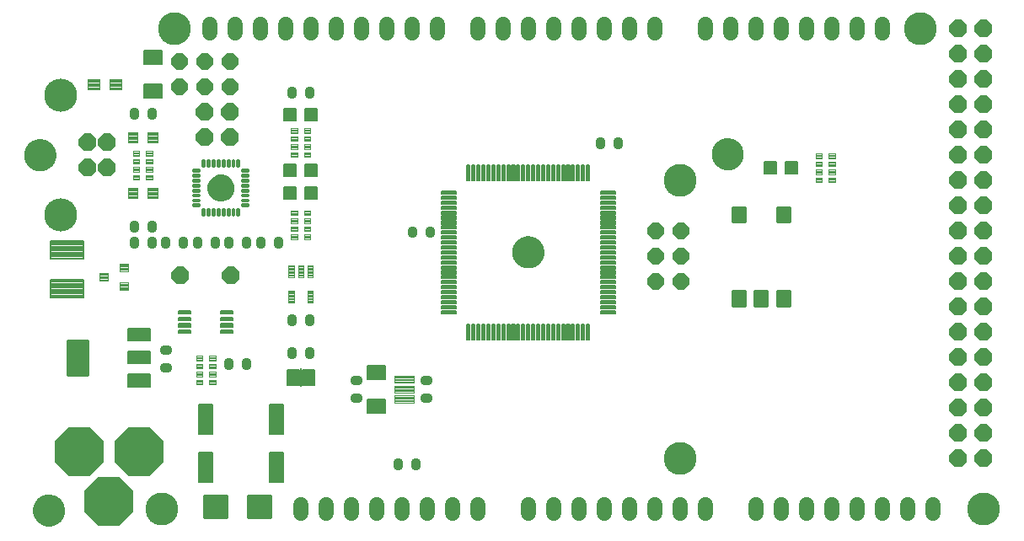
<source format=gts>
G75*
G70*
%OFA0B0*%
%FSLAX24Y24*%
%IPPOS*%
%LPD*%
%AMOC8*
5,1,8,0,0,1.08239X$1,22.5*
%
%ADD10C,0.1300*%
%ADD11OC8,0.0650*%
%ADD12C,0.0600*%
%ADD13C,0.0059*%
%ADD14C,0.0051*%
%ADD15C,0.0098*%
%ADD16OC8,0.1940*%
%ADD17C,0.0867*%
%ADD18C,0.0860*%
%ADD19C,0.0440*%
%ADD20C,0.0052*%
%ADD21C,0.0091*%
%ADD22C,0.0315*%
%ADD23C,0.0054*%
%ADD24OC8,0.0700*%
%ADD25C,0.1306*%
%ADD26C,0.0079*%
%ADD27C,0.0045*%
%ADD28C,0.0050*%
%ADD29R,0.0060X0.0720*%
%ADD30C,0.0120*%
%ADD31C,0.0043*%
%ADD32C,0.0047*%
%ADD33C,0.0047*%
%ADD34C,0.0089*%
%ADD35C,0.0046*%
D10*
X013680Y001550D03*
X034180Y003550D03*
X046180Y001550D03*
X034180Y014550D03*
X043680Y020550D03*
X014180Y020550D03*
D11*
X014380Y019250D03*
X015380Y019250D03*
X016380Y019250D03*
X016380Y018250D03*
X015380Y018250D03*
X014380Y018250D03*
X033230Y012550D03*
X034230Y012550D03*
X034230Y011550D03*
X033230Y011550D03*
X033230Y010550D03*
X034230Y010550D03*
D12*
X034180Y001718D02*
X034180Y001382D01*
X035180Y001382D02*
X035180Y001718D01*
X037180Y001718D02*
X037180Y001382D01*
X038180Y001382D02*
X038180Y001718D01*
X039180Y001718D02*
X039180Y001382D01*
X040180Y001382D02*
X040180Y001718D01*
X041180Y001718D02*
X041180Y001382D01*
X042180Y001382D02*
X042180Y001718D01*
X043180Y001718D02*
X043180Y001382D01*
X044180Y001382D02*
X044180Y001718D01*
X033180Y001718D02*
X033180Y001382D01*
X032180Y001382D02*
X032180Y001718D01*
X031180Y001718D02*
X031180Y001382D01*
X030180Y001382D02*
X030180Y001718D01*
X029180Y001718D02*
X029180Y001382D01*
X028180Y001382D02*
X028180Y001718D01*
X026180Y001718D02*
X026180Y001382D01*
X025180Y001382D02*
X025180Y001718D01*
X024180Y001718D02*
X024180Y001382D01*
X023180Y001382D02*
X023180Y001718D01*
X022180Y001718D02*
X022180Y001382D01*
X021180Y001382D02*
X021180Y001718D01*
X020180Y001718D02*
X020180Y001382D01*
X019180Y001382D02*
X019180Y001718D01*
X019580Y020382D02*
X019580Y020718D01*
X020580Y020718D02*
X020580Y020382D01*
X021580Y020382D02*
X021580Y020718D01*
X022580Y020718D02*
X022580Y020382D01*
X023580Y020382D02*
X023580Y020718D01*
X024580Y020718D02*
X024580Y020382D01*
X026180Y020382D02*
X026180Y020718D01*
X027180Y020718D02*
X027180Y020382D01*
X028180Y020382D02*
X028180Y020718D01*
X029180Y020718D02*
X029180Y020382D01*
X030180Y020382D02*
X030180Y020718D01*
X031180Y020718D02*
X031180Y020382D01*
X032180Y020382D02*
X032180Y020718D01*
X033180Y020718D02*
X033180Y020382D01*
X035180Y020382D02*
X035180Y020718D01*
X036180Y020718D02*
X036180Y020382D01*
X037180Y020382D02*
X037180Y020718D01*
X038180Y020718D02*
X038180Y020382D01*
X039180Y020382D02*
X039180Y020718D01*
X040180Y020718D02*
X040180Y020382D01*
X041180Y020382D02*
X041180Y020718D01*
X042180Y020718D02*
X042180Y020382D01*
X018580Y020382D02*
X018580Y020718D01*
X017580Y020718D02*
X017580Y020382D01*
X016580Y020382D02*
X016580Y020718D01*
X015580Y020718D02*
X015580Y020382D01*
D13*
X013675Y019685D02*
X013675Y019153D01*
X012985Y019153D01*
X012985Y019685D01*
X013675Y019685D01*
X013675Y019211D02*
X012985Y019211D01*
X012985Y019269D02*
X013675Y019269D01*
X013675Y019327D02*
X012985Y019327D01*
X012985Y019385D02*
X013675Y019385D01*
X013675Y019443D02*
X012985Y019443D01*
X012985Y019501D02*
X013675Y019501D01*
X013675Y019559D02*
X012985Y019559D01*
X012985Y019617D02*
X013675Y019617D01*
X013675Y019675D02*
X012985Y019675D01*
X013675Y018347D02*
X013675Y017815D01*
X012985Y017815D01*
X012985Y018347D01*
X013675Y018347D01*
X013675Y017873D02*
X012985Y017873D01*
X012985Y017931D02*
X013675Y017931D01*
X013675Y017989D02*
X012985Y017989D01*
X012985Y018047D02*
X013675Y018047D01*
X013675Y018105D02*
X012985Y018105D01*
X012985Y018163D02*
X013675Y018163D01*
X013675Y018221D02*
X012985Y018221D01*
X012985Y018279D02*
X013675Y018279D01*
X013675Y018337D02*
X012985Y018337D01*
X022525Y007235D02*
X022525Y006703D01*
X021835Y006703D01*
X021835Y007235D01*
X022525Y007235D01*
X022525Y006761D02*
X021835Y006761D01*
X021835Y006819D02*
X022525Y006819D01*
X022525Y006877D02*
X021835Y006877D01*
X021835Y006935D02*
X022525Y006935D01*
X022525Y006993D02*
X021835Y006993D01*
X021835Y007051D02*
X022525Y007051D01*
X022525Y007109D02*
X021835Y007109D01*
X021835Y007167D02*
X022525Y007167D01*
X022525Y007225D02*
X021835Y007225D01*
X022525Y005897D02*
X022525Y005365D01*
X021835Y005365D01*
X021835Y005897D01*
X022525Y005897D01*
X022525Y005423D02*
X021835Y005423D01*
X021835Y005481D02*
X022525Y005481D01*
X022525Y005539D02*
X021835Y005539D01*
X021835Y005597D02*
X022525Y005597D01*
X022525Y005655D02*
X021835Y005655D01*
X021835Y005713D02*
X022525Y005713D01*
X022525Y005771D02*
X021835Y005771D01*
X021835Y005829D02*
X022525Y005829D01*
X022525Y005887D02*
X021835Y005887D01*
X018496Y005676D02*
X018496Y004514D01*
X017964Y004514D01*
X017964Y005676D01*
X018496Y005676D01*
X018496Y004572D02*
X017964Y004572D01*
X017964Y004630D02*
X018496Y004630D01*
X018496Y004688D02*
X017964Y004688D01*
X017964Y004746D02*
X018496Y004746D01*
X018496Y004804D02*
X017964Y004804D01*
X017964Y004862D02*
X018496Y004862D01*
X018496Y004920D02*
X017964Y004920D01*
X017964Y004978D02*
X018496Y004978D01*
X018496Y005036D02*
X017964Y005036D01*
X017964Y005094D02*
X018496Y005094D01*
X018496Y005152D02*
X017964Y005152D01*
X017964Y005210D02*
X018496Y005210D01*
X018496Y005268D02*
X017964Y005268D01*
X017964Y005326D02*
X018496Y005326D01*
X018496Y005384D02*
X017964Y005384D01*
X017964Y005442D02*
X018496Y005442D01*
X018496Y005500D02*
X017964Y005500D01*
X017964Y005558D02*
X018496Y005558D01*
X018496Y005616D02*
X017964Y005616D01*
X017964Y005674D02*
X018496Y005674D01*
X015696Y005676D02*
X015696Y004514D01*
X015164Y004514D01*
X015164Y005676D01*
X015696Y005676D01*
X015696Y004572D02*
X015164Y004572D01*
X015164Y004630D02*
X015696Y004630D01*
X015696Y004688D02*
X015164Y004688D01*
X015164Y004746D02*
X015696Y004746D01*
X015696Y004804D02*
X015164Y004804D01*
X015164Y004862D02*
X015696Y004862D01*
X015696Y004920D02*
X015164Y004920D01*
X015164Y004978D02*
X015696Y004978D01*
X015696Y005036D02*
X015164Y005036D01*
X015164Y005094D02*
X015696Y005094D01*
X015696Y005152D02*
X015164Y005152D01*
X015164Y005210D02*
X015696Y005210D01*
X015696Y005268D02*
X015164Y005268D01*
X015164Y005326D02*
X015696Y005326D01*
X015696Y005384D02*
X015164Y005384D01*
X015164Y005442D02*
X015696Y005442D01*
X015696Y005500D02*
X015164Y005500D01*
X015164Y005558D02*
X015696Y005558D01*
X015696Y005616D02*
X015164Y005616D01*
X015164Y005674D02*
X015696Y005674D01*
X015696Y003786D02*
X015696Y002624D01*
X015164Y002624D01*
X015164Y003786D01*
X015696Y003786D01*
X015696Y002682D02*
X015164Y002682D01*
X015164Y002740D02*
X015696Y002740D01*
X015696Y002798D02*
X015164Y002798D01*
X015164Y002856D02*
X015696Y002856D01*
X015696Y002914D02*
X015164Y002914D01*
X015164Y002972D02*
X015696Y002972D01*
X015696Y003030D02*
X015164Y003030D01*
X015164Y003088D02*
X015696Y003088D01*
X015696Y003146D02*
X015164Y003146D01*
X015164Y003204D02*
X015696Y003204D01*
X015696Y003262D02*
X015164Y003262D01*
X015164Y003320D02*
X015696Y003320D01*
X015696Y003378D02*
X015164Y003378D01*
X015164Y003436D02*
X015696Y003436D01*
X015696Y003494D02*
X015164Y003494D01*
X015164Y003552D02*
X015696Y003552D01*
X015696Y003610D02*
X015164Y003610D01*
X015164Y003668D02*
X015696Y003668D01*
X015696Y003726D02*
X015164Y003726D01*
X015164Y003784D02*
X015696Y003784D01*
X018496Y003786D02*
X018496Y002624D01*
X017964Y002624D01*
X017964Y003786D01*
X018496Y003786D01*
X018496Y002682D02*
X017964Y002682D01*
X017964Y002740D02*
X018496Y002740D01*
X018496Y002798D02*
X017964Y002798D01*
X017964Y002856D02*
X018496Y002856D01*
X018496Y002914D02*
X017964Y002914D01*
X017964Y002972D02*
X018496Y002972D01*
X018496Y003030D02*
X017964Y003030D01*
X017964Y003088D02*
X018496Y003088D01*
X018496Y003146D02*
X017964Y003146D01*
X017964Y003204D02*
X018496Y003204D01*
X018496Y003262D02*
X017964Y003262D01*
X017964Y003320D02*
X018496Y003320D01*
X018496Y003378D02*
X017964Y003378D01*
X017964Y003436D02*
X018496Y003436D01*
X018496Y003494D02*
X017964Y003494D01*
X017964Y003552D02*
X018496Y003552D01*
X018496Y003610D02*
X017964Y003610D01*
X017964Y003668D02*
X018496Y003668D01*
X018496Y003726D02*
X017964Y003726D01*
X017964Y003784D02*
X018496Y003784D01*
D14*
X018997Y013819D02*
X018997Y014281D01*
X018997Y013819D02*
X018535Y013819D01*
X018535Y014281D01*
X018997Y014281D01*
X018997Y013869D02*
X018535Y013869D01*
X018535Y013919D02*
X018997Y013919D01*
X018997Y013969D02*
X018535Y013969D01*
X018535Y014019D02*
X018997Y014019D01*
X018997Y014069D02*
X018535Y014069D01*
X018535Y014119D02*
X018997Y014119D01*
X018997Y014169D02*
X018535Y014169D01*
X018535Y014219D02*
X018997Y014219D01*
X018997Y014269D02*
X018535Y014269D01*
X019824Y014281D02*
X019824Y013819D01*
X019362Y013819D01*
X019362Y014281D01*
X019824Y014281D01*
X019824Y013869D02*
X019362Y013869D01*
X019362Y013919D02*
X019824Y013919D01*
X019824Y013969D02*
X019362Y013969D01*
X019362Y014019D02*
X019824Y014019D01*
X019824Y014069D02*
X019362Y014069D01*
X019362Y014119D02*
X019824Y014119D01*
X019824Y014169D02*
X019362Y014169D01*
X019362Y014219D02*
X019824Y014219D01*
X019824Y014269D02*
X019362Y014269D01*
X019824Y014719D02*
X019824Y015181D01*
X019824Y014719D02*
X019362Y014719D01*
X019362Y015181D01*
X019824Y015181D01*
X019824Y014769D02*
X019362Y014769D01*
X019362Y014819D02*
X019824Y014819D01*
X019824Y014869D02*
X019362Y014869D01*
X019362Y014919D02*
X019824Y014919D01*
X019824Y014969D02*
X019362Y014969D01*
X019362Y015019D02*
X019824Y015019D01*
X019824Y015069D02*
X019362Y015069D01*
X019362Y015119D02*
X019824Y015119D01*
X019824Y015169D02*
X019362Y015169D01*
X018997Y015181D02*
X018997Y014719D01*
X018535Y014719D01*
X018535Y015181D01*
X018997Y015181D01*
X018997Y014769D02*
X018535Y014769D01*
X018535Y014819D02*
X018997Y014819D01*
X018997Y014869D02*
X018535Y014869D01*
X018535Y014919D02*
X018997Y014919D01*
X018997Y014969D02*
X018535Y014969D01*
X018535Y015019D02*
X018997Y015019D01*
X018997Y015069D02*
X018535Y015069D01*
X018535Y015119D02*
X018997Y015119D01*
X018997Y015169D02*
X018535Y015169D01*
X018997Y016919D02*
X018997Y017381D01*
X018997Y016919D02*
X018535Y016919D01*
X018535Y017381D01*
X018997Y017381D01*
X018997Y016969D02*
X018535Y016969D01*
X018535Y017019D02*
X018997Y017019D01*
X018997Y017069D02*
X018535Y017069D01*
X018535Y017119D02*
X018997Y017119D01*
X018997Y017169D02*
X018535Y017169D01*
X018535Y017219D02*
X018997Y017219D01*
X018997Y017269D02*
X018535Y017269D01*
X018535Y017319D02*
X018997Y017319D01*
X018997Y017369D02*
X018535Y017369D01*
X019824Y017381D02*
X019824Y016919D01*
X019362Y016919D01*
X019362Y017381D01*
X019824Y017381D01*
X019824Y016969D02*
X019362Y016969D01*
X019362Y017019D02*
X019824Y017019D01*
X019824Y017069D02*
X019362Y017069D01*
X019362Y017119D02*
X019824Y017119D01*
X019824Y017169D02*
X019362Y017169D01*
X019362Y017219D02*
X019824Y017219D01*
X019824Y017269D02*
X019362Y017269D01*
X019362Y017319D02*
X019824Y017319D01*
X019824Y017369D02*
X019362Y017369D01*
X037997Y015281D02*
X037997Y014819D01*
X037535Y014819D01*
X037535Y015281D01*
X037997Y015281D01*
X037997Y014869D02*
X037535Y014869D01*
X037535Y014919D02*
X037997Y014919D01*
X037997Y014969D02*
X037535Y014969D01*
X037535Y015019D02*
X037997Y015019D01*
X037997Y015069D02*
X037535Y015069D01*
X037535Y015119D02*
X037997Y015119D01*
X037997Y015169D02*
X037535Y015169D01*
X037535Y015219D02*
X037997Y015219D01*
X037997Y015269D02*
X037535Y015269D01*
X038824Y015281D02*
X038824Y014819D01*
X038362Y014819D01*
X038362Y015281D01*
X038824Y015281D01*
X038824Y014869D02*
X038362Y014869D01*
X038362Y014919D02*
X038824Y014919D01*
X038824Y014969D02*
X038362Y014969D01*
X038362Y015019D02*
X038824Y015019D01*
X038824Y015069D02*
X038362Y015069D01*
X038362Y015119D02*
X038824Y015119D01*
X038824Y015169D02*
X038362Y015169D01*
X038362Y015219D02*
X038824Y015219D01*
X038824Y015269D02*
X038362Y015269D01*
D15*
X017989Y002093D02*
X017103Y002093D01*
X017989Y002093D02*
X017989Y001207D01*
X017103Y001207D01*
X017103Y002093D01*
X017103Y001304D02*
X017989Y001304D01*
X017989Y001401D02*
X017103Y001401D01*
X017103Y001498D02*
X017989Y001498D01*
X017989Y001595D02*
X017103Y001595D01*
X017103Y001692D02*
X017989Y001692D01*
X017989Y001789D02*
X017103Y001789D01*
X017103Y001886D02*
X017989Y001886D01*
X017989Y001983D02*
X017103Y001983D01*
X017103Y002080D02*
X017989Y002080D01*
X016257Y002093D02*
X015371Y002093D01*
X016257Y002093D02*
X016257Y001207D01*
X015371Y001207D01*
X015371Y002093D01*
X015371Y001304D02*
X016257Y001304D01*
X016257Y001401D02*
X015371Y001401D01*
X015371Y001498D02*
X016257Y001498D01*
X016257Y001595D02*
X015371Y001595D01*
X015371Y001692D02*
X016257Y001692D01*
X016257Y001789D02*
X015371Y001789D01*
X015371Y001886D02*
X016257Y001886D01*
X016257Y001983D02*
X015371Y001983D01*
X015371Y002080D02*
X016257Y002080D01*
D16*
X012780Y003820D03*
X010420Y003820D03*
X011600Y001850D03*
D17*
X011900Y001850D03*
X011300Y001850D03*
X010420Y003520D03*
X010420Y004120D03*
X012780Y004120D03*
X012780Y003520D03*
D18*
X009033Y001500D02*
X009035Y001527D01*
X009041Y001554D01*
X009050Y001580D01*
X009063Y001604D01*
X009079Y001627D01*
X009098Y001646D01*
X009120Y001663D01*
X009144Y001677D01*
X009169Y001687D01*
X009196Y001694D01*
X009223Y001697D01*
X009251Y001696D01*
X009278Y001691D01*
X009304Y001683D01*
X009328Y001671D01*
X009351Y001655D01*
X009372Y001637D01*
X009389Y001616D01*
X009404Y001592D01*
X009415Y001567D01*
X009423Y001541D01*
X009427Y001514D01*
X009427Y001486D01*
X009423Y001459D01*
X009415Y001433D01*
X009404Y001408D01*
X009389Y001384D01*
X009372Y001363D01*
X009351Y001345D01*
X009329Y001329D01*
X009304Y001317D01*
X009278Y001309D01*
X009251Y001304D01*
X009223Y001303D01*
X009196Y001306D01*
X009169Y001313D01*
X009144Y001323D01*
X009120Y001337D01*
X009098Y001354D01*
X009079Y001373D01*
X009063Y001396D01*
X009050Y001420D01*
X009041Y001446D01*
X009035Y001473D01*
X009033Y001500D01*
X027983Y011710D02*
X027985Y011737D01*
X027991Y011764D01*
X028000Y011790D01*
X028013Y011814D01*
X028029Y011837D01*
X028048Y011856D01*
X028070Y011873D01*
X028094Y011887D01*
X028119Y011897D01*
X028146Y011904D01*
X028173Y011907D01*
X028201Y011906D01*
X028228Y011901D01*
X028254Y011893D01*
X028278Y011881D01*
X028301Y011865D01*
X028322Y011847D01*
X028339Y011826D01*
X028354Y011802D01*
X028365Y011777D01*
X028373Y011751D01*
X028377Y011724D01*
X028377Y011696D01*
X028373Y011669D01*
X028365Y011643D01*
X028354Y011618D01*
X028339Y011594D01*
X028322Y011573D01*
X028301Y011555D01*
X028279Y011539D01*
X028254Y011527D01*
X028228Y011519D01*
X028201Y011514D01*
X028173Y011513D01*
X028146Y011516D01*
X028119Y011523D01*
X028094Y011533D01*
X028070Y011547D01*
X028048Y011564D01*
X028029Y011583D01*
X028013Y011606D01*
X028000Y011630D01*
X027991Y011656D01*
X027985Y011683D01*
X027983Y011710D01*
X035873Y015586D02*
X035875Y015613D01*
X035881Y015640D01*
X035890Y015666D01*
X035903Y015690D01*
X035919Y015713D01*
X035938Y015732D01*
X035960Y015749D01*
X035984Y015763D01*
X036009Y015773D01*
X036036Y015780D01*
X036063Y015783D01*
X036091Y015782D01*
X036118Y015777D01*
X036144Y015769D01*
X036168Y015757D01*
X036191Y015741D01*
X036212Y015723D01*
X036229Y015702D01*
X036244Y015678D01*
X036255Y015653D01*
X036263Y015627D01*
X036267Y015600D01*
X036267Y015572D01*
X036263Y015545D01*
X036255Y015519D01*
X036244Y015494D01*
X036229Y015470D01*
X036212Y015449D01*
X036191Y015431D01*
X036169Y015415D01*
X036144Y015403D01*
X036118Y015395D01*
X036091Y015390D01*
X036063Y015389D01*
X036036Y015392D01*
X036009Y015399D01*
X035984Y015409D01*
X035960Y015423D01*
X035938Y015440D01*
X035919Y015459D01*
X035903Y015482D01*
X035890Y015506D01*
X035881Y015532D01*
X035875Y015559D01*
X035873Y015586D01*
X008683Y015550D02*
X008685Y015577D01*
X008691Y015604D01*
X008700Y015630D01*
X008713Y015654D01*
X008729Y015677D01*
X008748Y015696D01*
X008770Y015713D01*
X008794Y015727D01*
X008819Y015737D01*
X008846Y015744D01*
X008873Y015747D01*
X008901Y015746D01*
X008928Y015741D01*
X008954Y015733D01*
X008978Y015721D01*
X009001Y015705D01*
X009022Y015687D01*
X009039Y015666D01*
X009054Y015642D01*
X009065Y015617D01*
X009073Y015591D01*
X009077Y015564D01*
X009077Y015536D01*
X009073Y015509D01*
X009065Y015483D01*
X009054Y015458D01*
X009039Y015434D01*
X009022Y015413D01*
X009001Y015395D01*
X008979Y015379D01*
X008954Y015367D01*
X008928Y015359D01*
X008901Y015354D01*
X008873Y015353D01*
X008846Y015356D01*
X008819Y015363D01*
X008794Y015373D01*
X008770Y015387D01*
X008748Y015404D01*
X008729Y015423D01*
X008713Y015446D01*
X008700Y015470D01*
X008691Y015496D01*
X008685Y015523D01*
X008683Y015550D01*
D19*
X009230Y001500D03*
X028180Y011710D03*
X036070Y015586D03*
X008880Y015550D03*
D20*
X013234Y008694D02*
X013234Y008226D01*
X012366Y008226D01*
X012366Y008694D01*
X013234Y008694D01*
X013234Y008277D02*
X012366Y008277D01*
X012366Y008328D02*
X013234Y008328D01*
X013234Y008379D02*
X012366Y008379D01*
X012366Y008430D02*
X013234Y008430D01*
X013234Y008481D02*
X012366Y008481D01*
X012366Y008532D02*
X013234Y008532D01*
X013234Y008583D02*
X012366Y008583D01*
X012366Y008634D02*
X013234Y008634D01*
X013234Y008685D02*
X012366Y008685D01*
X013234Y007784D02*
X013234Y007316D01*
X012366Y007316D01*
X012366Y007784D01*
X013234Y007784D01*
X013234Y007367D02*
X012366Y007367D01*
X012366Y007418D02*
X013234Y007418D01*
X013234Y007469D02*
X012366Y007469D01*
X012366Y007520D02*
X013234Y007520D01*
X013234Y007571D02*
X012366Y007571D01*
X012366Y007622D02*
X013234Y007622D01*
X013234Y007673D02*
X012366Y007673D01*
X012366Y007724D02*
X013234Y007724D01*
X013234Y007775D02*
X012366Y007775D01*
X013234Y006874D02*
X013234Y006406D01*
X012366Y006406D01*
X012366Y006874D01*
X013234Y006874D01*
X013234Y006457D02*
X012366Y006457D01*
X012366Y006508D02*
X013234Y006508D01*
X013234Y006559D02*
X012366Y006559D01*
X012366Y006610D02*
X013234Y006610D01*
X013234Y006661D02*
X012366Y006661D01*
X012366Y006712D02*
X013234Y006712D01*
X013234Y006763D02*
X012366Y006763D01*
X012366Y006814D02*
X013234Y006814D01*
X013234Y006865D02*
X012366Y006865D01*
D21*
X010768Y006867D02*
X010768Y008233D01*
X010768Y006867D02*
X009952Y006867D01*
X009952Y008233D01*
X010768Y008233D01*
X010768Y006957D02*
X009952Y006957D01*
X009952Y007047D02*
X010768Y007047D01*
X010768Y007137D02*
X009952Y007137D01*
X009952Y007227D02*
X010768Y007227D01*
X010768Y007317D02*
X009952Y007317D01*
X009952Y007407D02*
X010768Y007407D01*
X010768Y007497D02*
X009952Y007497D01*
X009952Y007587D02*
X010768Y007587D01*
X010768Y007677D02*
X009952Y007677D01*
X009952Y007767D02*
X010768Y007767D01*
X010768Y007857D02*
X009952Y007857D01*
X009952Y007947D02*
X010768Y007947D01*
X010768Y008037D02*
X009952Y008037D01*
X009952Y008127D02*
X010768Y008127D01*
X010768Y008217D02*
X009952Y008217D01*
D22*
X013751Y007810D02*
X013909Y007810D01*
X013751Y007810D02*
X013751Y007890D01*
X013909Y007890D01*
X013909Y007810D01*
X013909Y007110D02*
X013751Y007110D01*
X013751Y007190D01*
X013909Y007190D01*
X013909Y007110D01*
X016290Y007221D02*
X016290Y007379D01*
X016370Y007379D01*
X016370Y007221D01*
X016290Y007221D01*
X016990Y007221D02*
X016990Y007379D01*
X017070Y007379D01*
X017070Y007221D01*
X016990Y007221D01*
X018870Y007671D02*
X018870Y007829D01*
X018870Y007671D02*
X018790Y007671D01*
X018790Y007829D01*
X018870Y007829D01*
X019570Y007829D02*
X019570Y007671D01*
X019490Y007671D01*
X019490Y007829D01*
X019570Y007829D01*
X019570Y008971D02*
X019570Y009129D01*
X019570Y008971D02*
X019490Y008971D01*
X019490Y009129D01*
X019570Y009129D01*
X018870Y009129D02*
X018870Y008971D01*
X018790Y008971D01*
X018790Y009129D01*
X018870Y009129D01*
X021301Y006610D02*
X021459Y006610D01*
X021301Y006610D02*
X021301Y006690D01*
X021459Y006690D01*
X021459Y006610D01*
X021459Y005910D02*
X021301Y005910D01*
X021301Y005990D01*
X021459Y005990D01*
X021459Y005910D01*
X024209Y005910D02*
X024209Y005990D01*
X024209Y005910D02*
X024051Y005910D01*
X024051Y005990D01*
X024209Y005990D01*
X024209Y006610D02*
X024209Y006690D01*
X024209Y006610D02*
X024051Y006610D01*
X024051Y006690D01*
X024209Y006690D01*
X023770Y003429D02*
X023770Y003271D01*
X023690Y003271D01*
X023690Y003429D01*
X023770Y003429D01*
X023070Y003429D02*
X023070Y003271D01*
X022990Y003271D01*
X022990Y003429D01*
X023070Y003429D01*
X018320Y012021D02*
X018320Y012179D01*
X018320Y012021D02*
X018240Y012021D01*
X018240Y012179D01*
X018320Y012179D01*
X017620Y012179D02*
X017620Y012021D01*
X017540Y012021D01*
X017540Y012179D01*
X017620Y012179D01*
X017070Y012179D02*
X017070Y012021D01*
X016990Y012021D01*
X016990Y012179D01*
X017070Y012179D01*
X016370Y012179D02*
X016370Y012021D01*
X016290Y012021D01*
X016290Y012179D01*
X016370Y012179D01*
X015820Y012021D02*
X015740Y012021D01*
X015740Y012179D01*
X015820Y012179D01*
X015820Y012021D01*
X015120Y012021D02*
X015040Y012021D01*
X015040Y012179D01*
X015120Y012179D01*
X015120Y012021D01*
X014490Y012021D02*
X014490Y012179D01*
X014570Y012179D01*
X014570Y012021D01*
X014490Y012021D01*
X013790Y012021D02*
X013790Y012179D01*
X013870Y012179D01*
X013870Y012021D01*
X013790Y012021D01*
X013240Y012021D02*
X013240Y012179D01*
X013320Y012179D01*
X013320Y012021D01*
X013240Y012021D01*
X012540Y012021D02*
X012540Y012179D01*
X012620Y012179D01*
X012620Y012021D01*
X012540Y012021D01*
X012540Y012671D02*
X012540Y012829D01*
X012620Y012829D01*
X012620Y012671D01*
X012540Y012671D01*
X013240Y012671D02*
X013240Y012829D01*
X013320Y012829D01*
X013320Y012671D01*
X013240Y012671D01*
X013240Y017121D02*
X013240Y017279D01*
X013320Y017279D01*
X013320Y017121D01*
X013240Y017121D01*
X012540Y017121D02*
X012540Y017279D01*
X012620Y017279D01*
X012620Y017121D01*
X012540Y017121D01*
X018870Y017971D02*
X018870Y018129D01*
X018870Y017971D02*
X018790Y017971D01*
X018790Y018129D01*
X018870Y018129D01*
X019570Y018129D02*
X019570Y017971D01*
X019490Y017971D01*
X019490Y018129D01*
X019570Y018129D01*
X023556Y012605D02*
X023556Y012447D01*
X023556Y012605D02*
X023636Y012605D01*
X023636Y012447D01*
X023556Y012447D01*
X024256Y012447D02*
X024256Y012605D01*
X024336Y012605D01*
X024336Y012447D01*
X024256Y012447D01*
X031070Y015971D02*
X031070Y016129D01*
X031070Y015971D02*
X030990Y015971D01*
X030990Y016129D01*
X031070Y016129D01*
X031770Y016129D02*
X031770Y015971D01*
X031690Y015971D01*
X031690Y016129D01*
X031770Y016129D01*
D23*
X030594Y014572D02*
X030490Y014572D01*
X030490Y015148D01*
X030594Y015148D01*
X030594Y014572D01*
X030594Y014625D02*
X030490Y014625D01*
X030490Y014678D02*
X030594Y014678D01*
X030594Y014731D02*
X030490Y014731D01*
X030490Y014784D02*
X030594Y014784D01*
X030594Y014837D02*
X030490Y014837D01*
X030490Y014890D02*
X030594Y014890D01*
X030594Y014943D02*
X030490Y014943D01*
X030490Y014996D02*
X030594Y014996D01*
X030594Y015049D02*
X030490Y015049D01*
X030490Y015102D02*
X030594Y015102D01*
X030397Y014572D02*
X030293Y014572D01*
X030293Y015148D01*
X030397Y015148D01*
X030397Y014572D01*
X030397Y014625D02*
X030293Y014625D01*
X030293Y014678D02*
X030397Y014678D01*
X030397Y014731D02*
X030293Y014731D01*
X030293Y014784D02*
X030397Y014784D01*
X030397Y014837D02*
X030293Y014837D01*
X030293Y014890D02*
X030397Y014890D01*
X030397Y014943D02*
X030293Y014943D01*
X030293Y014996D02*
X030397Y014996D01*
X030397Y015049D02*
X030293Y015049D01*
X030293Y015102D02*
X030397Y015102D01*
X030200Y014572D02*
X030096Y014572D01*
X030096Y015148D01*
X030200Y015148D01*
X030200Y014572D01*
X030200Y014625D02*
X030096Y014625D01*
X030096Y014678D02*
X030200Y014678D01*
X030200Y014731D02*
X030096Y014731D01*
X030096Y014784D02*
X030200Y014784D01*
X030200Y014837D02*
X030096Y014837D01*
X030096Y014890D02*
X030200Y014890D01*
X030200Y014943D02*
X030096Y014943D01*
X030096Y014996D02*
X030200Y014996D01*
X030200Y015049D02*
X030096Y015049D01*
X030096Y015102D02*
X030200Y015102D01*
X030003Y014572D02*
X029899Y014572D01*
X029899Y015148D01*
X030003Y015148D01*
X030003Y014572D01*
X030003Y014625D02*
X029899Y014625D01*
X029899Y014678D02*
X030003Y014678D01*
X030003Y014731D02*
X029899Y014731D01*
X029899Y014784D02*
X030003Y014784D01*
X030003Y014837D02*
X029899Y014837D01*
X029899Y014890D02*
X030003Y014890D01*
X030003Y014943D02*
X029899Y014943D01*
X029899Y014996D02*
X030003Y014996D01*
X030003Y015049D02*
X029899Y015049D01*
X029899Y015102D02*
X030003Y015102D01*
X029807Y014572D02*
X029703Y014572D01*
X029703Y015148D01*
X029807Y015148D01*
X029807Y014572D01*
X029807Y014625D02*
X029703Y014625D01*
X029703Y014678D02*
X029807Y014678D01*
X029807Y014731D02*
X029703Y014731D01*
X029703Y014784D02*
X029807Y014784D01*
X029807Y014837D02*
X029703Y014837D01*
X029703Y014890D02*
X029807Y014890D01*
X029807Y014943D02*
X029703Y014943D01*
X029703Y014996D02*
X029807Y014996D01*
X029807Y015049D02*
X029703Y015049D01*
X029703Y015102D02*
X029807Y015102D01*
X029610Y014572D02*
X029506Y014572D01*
X029506Y015148D01*
X029610Y015148D01*
X029610Y014572D01*
X029610Y014625D02*
X029506Y014625D01*
X029506Y014678D02*
X029610Y014678D01*
X029610Y014731D02*
X029506Y014731D01*
X029506Y014784D02*
X029610Y014784D01*
X029610Y014837D02*
X029506Y014837D01*
X029506Y014890D02*
X029610Y014890D01*
X029610Y014943D02*
X029506Y014943D01*
X029506Y014996D02*
X029610Y014996D01*
X029610Y015049D02*
X029506Y015049D01*
X029506Y015102D02*
X029610Y015102D01*
X029413Y014572D02*
X029309Y014572D01*
X029309Y015148D01*
X029413Y015148D01*
X029413Y014572D01*
X029413Y014625D02*
X029309Y014625D01*
X029309Y014678D02*
X029413Y014678D01*
X029413Y014731D02*
X029309Y014731D01*
X029309Y014784D02*
X029413Y014784D01*
X029413Y014837D02*
X029309Y014837D01*
X029309Y014890D02*
X029413Y014890D01*
X029413Y014943D02*
X029309Y014943D01*
X029309Y014996D02*
X029413Y014996D01*
X029413Y015049D02*
X029309Y015049D01*
X029309Y015102D02*
X029413Y015102D01*
X029216Y014572D02*
X029112Y014572D01*
X029112Y015148D01*
X029216Y015148D01*
X029216Y014572D01*
X029216Y014625D02*
X029112Y014625D01*
X029112Y014678D02*
X029216Y014678D01*
X029216Y014731D02*
X029112Y014731D01*
X029112Y014784D02*
X029216Y014784D01*
X029216Y014837D02*
X029112Y014837D01*
X029112Y014890D02*
X029216Y014890D01*
X029216Y014943D02*
X029112Y014943D01*
X029112Y014996D02*
X029216Y014996D01*
X029216Y015049D02*
X029112Y015049D01*
X029112Y015102D02*
X029216Y015102D01*
X029019Y014572D02*
X028915Y014572D01*
X028915Y015148D01*
X029019Y015148D01*
X029019Y014572D01*
X029019Y014625D02*
X028915Y014625D01*
X028915Y014678D02*
X029019Y014678D01*
X029019Y014731D02*
X028915Y014731D01*
X028915Y014784D02*
X029019Y014784D01*
X029019Y014837D02*
X028915Y014837D01*
X028915Y014890D02*
X029019Y014890D01*
X029019Y014943D02*
X028915Y014943D01*
X028915Y014996D02*
X029019Y014996D01*
X029019Y015049D02*
X028915Y015049D01*
X028915Y015102D02*
X029019Y015102D01*
X028822Y014572D02*
X028718Y014572D01*
X028718Y015148D01*
X028822Y015148D01*
X028822Y014572D01*
X028822Y014625D02*
X028718Y014625D01*
X028718Y014678D02*
X028822Y014678D01*
X028822Y014731D02*
X028718Y014731D01*
X028718Y014784D02*
X028822Y014784D01*
X028822Y014837D02*
X028718Y014837D01*
X028718Y014890D02*
X028822Y014890D01*
X028822Y014943D02*
X028718Y014943D01*
X028718Y014996D02*
X028822Y014996D01*
X028822Y015049D02*
X028718Y015049D01*
X028718Y015102D02*
X028822Y015102D01*
X028626Y014572D02*
X028522Y014572D01*
X028522Y015148D01*
X028626Y015148D01*
X028626Y014572D01*
X028626Y014625D02*
X028522Y014625D01*
X028522Y014678D02*
X028626Y014678D01*
X028626Y014731D02*
X028522Y014731D01*
X028522Y014784D02*
X028626Y014784D01*
X028626Y014837D02*
X028522Y014837D01*
X028522Y014890D02*
X028626Y014890D01*
X028626Y014943D02*
X028522Y014943D01*
X028522Y014996D02*
X028626Y014996D01*
X028626Y015049D02*
X028522Y015049D01*
X028522Y015102D02*
X028626Y015102D01*
X028429Y014572D02*
X028325Y014572D01*
X028325Y015148D01*
X028429Y015148D01*
X028429Y014572D01*
X028429Y014625D02*
X028325Y014625D01*
X028325Y014678D02*
X028429Y014678D01*
X028429Y014731D02*
X028325Y014731D01*
X028325Y014784D02*
X028429Y014784D01*
X028429Y014837D02*
X028325Y014837D01*
X028325Y014890D02*
X028429Y014890D01*
X028429Y014943D02*
X028325Y014943D01*
X028325Y014996D02*
X028429Y014996D01*
X028429Y015049D02*
X028325Y015049D01*
X028325Y015102D02*
X028429Y015102D01*
X028232Y014572D02*
X028128Y014572D01*
X028128Y015148D01*
X028232Y015148D01*
X028232Y014572D01*
X028232Y014625D02*
X028128Y014625D01*
X028128Y014678D02*
X028232Y014678D01*
X028232Y014731D02*
X028128Y014731D01*
X028128Y014784D02*
X028232Y014784D01*
X028232Y014837D02*
X028128Y014837D01*
X028128Y014890D02*
X028232Y014890D01*
X028232Y014943D02*
X028128Y014943D01*
X028128Y014996D02*
X028232Y014996D01*
X028232Y015049D02*
X028128Y015049D01*
X028128Y015102D02*
X028232Y015102D01*
X028035Y014572D02*
X027931Y014572D01*
X027931Y015148D01*
X028035Y015148D01*
X028035Y014572D01*
X028035Y014625D02*
X027931Y014625D01*
X027931Y014678D02*
X028035Y014678D01*
X028035Y014731D02*
X027931Y014731D01*
X027931Y014784D02*
X028035Y014784D01*
X028035Y014837D02*
X027931Y014837D01*
X027931Y014890D02*
X028035Y014890D01*
X028035Y014943D02*
X027931Y014943D01*
X027931Y014996D02*
X028035Y014996D01*
X028035Y015049D02*
X027931Y015049D01*
X027931Y015102D02*
X028035Y015102D01*
X027838Y014572D02*
X027734Y014572D01*
X027734Y015148D01*
X027838Y015148D01*
X027838Y014572D01*
X027838Y014625D02*
X027734Y014625D01*
X027734Y014678D02*
X027838Y014678D01*
X027838Y014731D02*
X027734Y014731D01*
X027734Y014784D02*
X027838Y014784D01*
X027838Y014837D02*
X027734Y014837D01*
X027734Y014890D02*
X027838Y014890D01*
X027838Y014943D02*
X027734Y014943D01*
X027734Y014996D02*
X027838Y014996D01*
X027838Y015049D02*
X027734Y015049D01*
X027734Y015102D02*
X027838Y015102D01*
X027641Y014572D02*
X027537Y014572D01*
X027537Y015148D01*
X027641Y015148D01*
X027641Y014572D01*
X027641Y014625D02*
X027537Y014625D01*
X027537Y014678D02*
X027641Y014678D01*
X027641Y014731D02*
X027537Y014731D01*
X027537Y014784D02*
X027641Y014784D01*
X027641Y014837D02*
X027537Y014837D01*
X027537Y014890D02*
X027641Y014890D01*
X027641Y014943D02*
X027537Y014943D01*
X027537Y014996D02*
X027641Y014996D01*
X027641Y015049D02*
X027537Y015049D01*
X027537Y015102D02*
X027641Y015102D01*
X027444Y014572D02*
X027340Y014572D01*
X027340Y015148D01*
X027444Y015148D01*
X027444Y014572D01*
X027444Y014625D02*
X027340Y014625D01*
X027340Y014678D02*
X027444Y014678D01*
X027444Y014731D02*
X027340Y014731D01*
X027340Y014784D02*
X027444Y014784D01*
X027444Y014837D02*
X027340Y014837D01*
X027340Y014890D02*
X027444Y014890D01*
X027444Y014943D02*
X027340Y014943D01*
X027340Y014996D02*
X027444Y014996D01*
X027444Y015049D02*
X027340Y015049D01*
X027340Y015102D02*
X027444Y015102D01*
X027248Y014572D02*
X027144Y014572D01*
X027144Y015148D01*
X027248Y015148D01*
X027248Y014572D01*
X027248Y014625D02*
X027144Y014625D01*
X027144Y014678D02*
X027248Y014678D01*
X027248Y014731D02*
X027144Y014731D01*
X027144Y014784D02*
X027248Y014784D01*
X027248Y014837D02*
X027144Y014837D01*
X027144Y014890D02*
X027248Y014890D01*
X027248Y014943D02*
X027144Y014943D01*
X027144Y014996D02*
X027248Y014996D01*
X027248Y015049D02*
X027144Y015049D01*
X027144Y015102D02*
X027248Y015102D01*
X027051Y014572D02*
X026947Y014572D01*
X026947Y015148D01*
X027051Y015148D01*
X027051Y014572D01*
X027051Y014625D02*
X026947Y014625D01*
X026947Y014678D02*
X027051Y014678D01*
X027051Y014731D02*
X026947Y014731D01*
X026947Y014784D02*
X027051Y014784D01*
X027051Y014837D02*
X026947Y014837D01*
X026947Y014890D02*
X027051Y014890D01*
X027051Y014943D02*
X026947Y014943D01*
X026947Y014996D02*
X027051Y014996D01*
X027051Y015049D02*
X026947Y015049D01*
X026947Y015102D02*
X027051Y015102D01*
X026854Y014572D02*
X026750Y014572D01*
X026750Y015148D01*
X026854Y015148D01*
X026854Y014572D01*
X026854Y014625D02*
X026750Y014625D01*
X026750Y014678D02*
X026854Y014678D01*
X026854Y014731D02*
X026750Y014731D01*
X026750Y014784D02*
X026854Y014784D01*
X026854Y014837D02*
X026750Y014837D01*
X026750Y014890D02*
X026854Y014890D01*
X026854Y014943D02*
X026750Y014943D01*
X026750Y014996D02*
X026854Y014996D01*
X026854Y015049D02*
X026750Y015049D01*
X026750Y015102D02*
X026854Y015102D01*
X026657Y014572D02*
X026553Y014572D01*
X026553Y015148D01*
X026657Y015148D01*
X026657Y014572D01*
X026657Y014625D02*
X026553Y014625D01*
X026553Y014678D02*
X026657Y014678D01*
X026657Y014731D02*
X026553Y014731D01*
X026553Y014784D02*
X026657Y014784D01*
X026657Y014837D02*
X026553Y014837D01*
X026553Y014890D02*
X026657Y014890D01*
X026657Y014943D02*
X026553Y014943D01*
X026553Y014996D02*
X026657Y014996D01*
X026657Y015049D02*
X026553Y015049D01*
X026553Y015102D02*
X026657Y015102D01*
X026460Y014572D02*
X026356Y014572D01*
X026356Y015148D01*
X026460Y015148D01*
X026460Y014572D01*
X026460Y014625D02*
X026356Y014625D01*
X026356Y014678D02*
X026460Y014678D01*
X026460Y014731D02*
X026356Y014731D01*
X026356Y014784D02*
X026460Y014784D01*
X026460Y014837D02*
X026356Y014837D01*
X026356Y014890D02*
X026460Y014890D01*
X026460Y014943D02*
X026356Y014943D01*
X026356Y014996D02*
X026460Y014996D01*
X026460Y015049D02*
X026356Y015049D01*
X026356Y015102D02*
X026460Y015102D01*
X026263Y014572D02*
X026159Y014572D01*
X026159Y015148D01*
X026263Y015148D01*
X026263Y014572D01*
X026263Y014625D02*
X026159Y014625D01*
X026159Y014678D02*
X026263Y014678D01*
X026263Y014731D02*
X026159Y014731D01*
X026159Y014784D02*
X026263Y014784D01*
X026263Y014837D02*
X026159Y014837D01*
X026159Y014890D02*
X026263Y014890D01*
X026263Y014943D02*
X026159Y014943D01*
X026159Y014996D02*
X026263Y014996D01*
X026263Y015049D02*
X026159Y015049D01*
X026159Y015102D02*
X026263Y015102D01*
X026066Y014572D02*
X025962Y014572D01*
X025962Y015148D01*
X026066Y015148D01*
X026066Y014572D01*
X026066Y014625D02*
X025962Y014625D01*
X025962Y014678D02*
X026066Y014678D01*
X026066Y014731D02*
X025962Y014731D01*
X025962Y014784D02*
X026066Y014784D01*
X026066Y014837D02*
X025962Y014837D01*
X025962Y014890D02*
X026066Y014890D01*
X026066Y014943D02*
X025962Y014943D01*
X025962Y014996D02*
X026066Y014996D01*
X026066Y015049D02*
X025962Y015049D01*
X025962Y015102D02*
X026066Y015102D01*
X025870Y014572D02*
X025766Y014572D01*
X025766Y015148D01*
X025870Y015148D01*
X025870Y014572D01*
X025870Y014625D02*
X025766Y014625D01*
X025766Y014678D02*
X025870Y014678D01*
X025870Y014731D02*
X025766Y014731D01*
X025766Y014784D02*
X025870Y014784D01*
X025870Y014837D02*
X025766Y014837D01*
X025766Y014890D02*
X025870Y014890D01*
X025870Y014943D02*
X025766Y014943D01*
X025766Y014996D02*
X025870Y014996D01*
X025870Y015049D02*
X025766Y015049D01*
X025766Y015102D02*
X025870Y015102D01*
X025318Y014020D02*
X024742Y014020D01*
X024742Y014124D01*
X025318Y014124D01*
X025318Y014020D01*
X025318Y014073D02*
X024742Y014073D01*
X024742Y013823D02*
X025318Y013823D01*
X024742Y013823D02*
X024742Y013927D01*
X025318Y013927D01*
X025318Y013823D01*
X025318Y013876D02*
X024742Y013876D01*
X024742Y013627D02*
X025318Y013627D01*
X024742Y013627D02*
X024742Y013731D01*
X025318Y013731D01*
X025318Y013627D01*
X025318Y013680D02*
X024742Y013680D01*
X024742Y013430D02*
X025318Y013430D01*
X024742Y013430D02*
X024742Y013534D01*
X025318Y013534D01*
X025318Y013430D01*
X025318Y013483D02*
X024742Y013483D01*
X024742Y013233D02*
X025318Y013233D01*
X024742Y013233D02*
X024742Y013337D01*
X025318Y013337D01*
X025318Y013233D01*
X025318Y013286D02*
X024742Y013286D01*
X024742Y013036D02*
X025318Y013036D01*
X024742Y013036D02*
X024742Y013140D01*
X025318Y013140D01*
X025318Y013036D01*
X025318Y013089D02*
X024742Y013089D01*
X024742Y012839D02*
X025318Y012839D01*
X024742Y012839D02*
X024742Y012943D01*
X025318Y012943D01*
X025318Y012839D01*
X025318Y012892D02*
X024742Y012892D01*
X024742Y012642D02*
X025318Y012642D01*
X024742Y012642D02*
X024742Y012746D01*
X025318Y012746D01*
X025318Y012642D01*
X025318Y012695D02*
X024742Y012695D01*
X024742Y012445D02*
X025318Y012445D01*
X024742Y012445D02*
X024742Y012549D01*
X025318Y012549D01*
X025318Y012445D01*
X025318Y012498D02*
X024742Y012498D01*
X024742Y012249D02*
X025318Y012249D01*
X024742Y012249D02*
X024742Y012353D01*
X025318Y012353D01*
X025318Y012249D01*
X025318Y012302D02*
X024742Y012302D01*
X024742Y012052D02*
X025318Y012052D01*
X024742Y012052D02*
X024742Y012156D01*
X025318Y012156D01*
X025318Y012052D01*
X025318Y012105D02*
X024742Y012105D01*
X024742Y011855D02*
X025318Y011855D01*
X024742Y011855D02*
X024742Y011959D01*
X025318Y011959D01*
X025318Y011855D01*
X025318Y011908D02*
X024742Y011908D01*
X024742Y011658D02*
X025318Y011658D01*
X024742Y011658D02*
X024742Y011762D01*
X025318Y011762D01*
X025318Y011658D01*
X025318Y011711D02*
X024742Y011711D01*
X024742Y011461D02*
X025318Y011461D01*
X024742Y011461D02*
X024742Y011565D01*
X025318Y011565D01*
X025318Y011461D01*
X025318Y011514D02*
X024742Y011514D01*
X024742Y011264D02*
X025318Y011264D01*
X024742Y011264D02*
X024742Y011368D01*
X025318Y011368D01*
X025318Y011264D01*
X025318Y011317D02*
X024742Y011317D01*
X024742Y011067D02*
X025318Y011067D01*
X024742Y011067D02*
X024742Y011171D01*
X025318Y011171D01*
X025318Y011067D01*
X025318Y011120D02*
X024742Y011120D01*
X024742Y010871D02*
X025318Y010871D01*
X024742Y010871D02*
X024742Y010975D01*
X025318Y010975D01*
X025318Y010871D01*
X025318Y010924D02*
X024742Y010924D01*
X024742Y010674D02*
X025318Y010674D01*
X024742Y010674D02*
X024742Y010778D01*
X025318Y010778D01*
X025318Y010674D01*
X025318Y010727D02*
X024742Y010727D01*
X024742Y010477D02*
X025318Y010477D01*
X024742Y010477D02*
X024742Y010581D01*
X025318Y010581D01*
X025318Y010477D01*
X025318Y010530D02*
X024742Y010530D01*
X024742Y010280D02*
X025318Y010280D01*
X024742Y010280D02*
X024742Y010384D01*
X025318Y010384D01*
X025318Y010280D01*
X025318Y010333D02*
X024742Y010333D01*
X024742Y010083D02*
X025318Y010083D01*
X024742Y010083D02*
X024742Y010187D01*
X025318Y010187D01*
X025318Y010083D01*
X025318Y010136D02*
X024742Y010136D01*
X024742Y009886D02*
X025318Y009886D01*
X024742Y009886D02*
X024742Y009990D01*
X025318Y009990D01*
X025318Y009886D01*
X025318Y009939D02*
X024742Y009939D01*
X024742Y009689D02*
X025318Y009689D01*
X024742Y009689D02*
X024742Y009793D01*
X025318Y009793D01*
X025318Y009689D01*
X025318Y009742D02*
X024742Y009742D01*
X024742Y009493D02*
X025318Y009493D01*
X024742Y009493D02*
X024742Y009597D01*
X025318Y009597D01*
X025318Y009493D01*
X025318Y009546D02*
X024742Y009546D01*
X024742Y009296D02*
X025318Y009296D01*
X024742Y009296D02*
X024742Y009400D01*
X025318Y009400D01*
X025318Y009296D01*
X025318Y009349D02*
X024742Y009349D01*
X025766Y008272D02*
X025870Y008272D01*
X025766Y008272D02*
X025766Y008848D01*
X025870Y008848D01*
X025870Y008272D01*
X025870Y008325D02*
X025766Y008325D01*
X025766Y008378D02*
X025870Y008378D01*
X025870Y008431D02*
X025766Y008431D01*
X025766Y008484D02*
X025870Y008484D01*
X025870Y008537D02*
X025766Y008537D01*
X025766Y008590D02*
X025870Y008590D01*
X025870Y008643D02*
X025766Y008643D01*
X025766Y008696D02*
X025870Y008696D01*
X025870Y008749D02*
X025766Y008749D01*
X025766Y008802D02*
X025870Y008802D01*
X025962Y008272D02*
X026066Y008272D01*
X025962Y008272D02*
X025962Y008848D01*
X026066Y008848D01*
X026066Y008272D01*
X026066Y008325D02*
X025962Y008325D01*
X025962Y008378D02*
X026066Y008378D01*
X026066Y008431D02*
X025962Y008431D01*
X025962Y008484D02*
X026066Y008484D01*
X026066Y008537D02*
X025962Y008537D01*
X025962Y008590D02*
X026066Y008590D01*
X026066Y008643D02*
X025962Y008643D01*
X025962Y008696D02*
X026066Y008696D01*
X026066Y008749D02*
X025962Y008749D01*
X025962Y008802D02*
X026066Y008802D01*
X026159Y008272D02*
X026263Y008272D01*
X026159Y008272D02*
X026159Y008848D01*
X026263Y008848D01*
X026263Y008272D01*
X026263Y008325D02*
X026159Y008325D01*
X026159Y008378D02*
X026263Y008378D01*
X026263Y008431D02*
X026159Y008431D01*
X026159Y008484D02*
X026263Y008484D01*
X026263Y008537D02*
X026159Y008537D01*
X026159Y008590D02*
X026263Y008590D01*
X026263Y008643D02*
X026159Y008643D01*
X026159Y008696D02*
X026263Y008696D01*
X026263Y008749D02*
X026159Y008749D01*
X026159Y008802D02*
X026263Y008802D01*
X026356Y008272D02*
X026460Y008272D01*
X026356Y008272D02*
X026356Y008848D01*
X026460Y008848D01*
X026460Y008272D01*
X026460Y008325D02*
X026356Y008325D01*
X026356Y008378D02*
X026460Y008378D01*
X026460Y008431D02*
X026356Y008431D01*
X026356Y008484D02*
X026460Y008484D01*
X026460Y008537D02*
X026356Y008537D01*
X026356Y008590D02*
X026460Y008590D01*
X026460Y008643D02*
X026356Y008643D01*
X026356Y008696D02*
X026460Y008696D01*
X026460Y008749D02*
X026356Y008749D01*
X026356Y008802D02*
X026460Y008802D01*
X026553Y008272D02*
X026657Y008272D01*
X026553Y008272D02*
X026553Y008848D01*
X026657Y008848D01*
X026657Y008272D01*
X026657Y008325D02*
X026553Y008325D01*
X026553Y008378D02*
X026657Y008378D01*
X026657Y008431D02*
X026553Y008431D01*
X026553Y008484D02*
X026657Y008484D01*
X026657Y008537D02*
X026553Y008537D01*
X026553Y008590D02*
X026657Y008590D01*
X026657Y008643D02*
X026553Y008643D01*
X026553Y008696D02*
X026657Y008696D01*
X026657Y008749D02*
X026553Y008749D01*
X026553Y008802D02*
X026657Y008802D01*
X026750Y008272D02*
X026854Y008272D01*
X026750Y008272D02*
X026750Y008848D01*
X026854Y008848D01*
X026854Y008272D01*
X026854Y008325D02*
X026750Y008325D01*
X026750Y008378D02*
X026854Y008378D01*
X026854Y008431D02*
X026750Y008431D01*
X026750Y008484D02*
X026854Y008484D01*
X026854Y008537D02*
X026750Y008537D01*
X026750Y008590D02*
X026854Y008590D01*
X026854Y008643D02*
X026750Y008643D01*
X026750Y008696D02*
X026854Y008696D01*
X026854Y008749D02*
X026750Y008749D01*
X026750Y008802D02*
X026854Y008802D01*
X026947Y008272D02*
X027051Y008272D01*
X026947Y008272D02*
X026947Y008848D01*
X027051Y008848D01*
X027051Y008272D01*
X027051Y008325D02*
X026947Y008325D01*
X026947Y008378D02*
X027051Y008378D01*
X027051Y008431D02*
X026947Y008431D01*
X026947Y008484D02*
X027051Y008484D01*
X027051Y008537D02*
X026947Y008537D01*
X026947Y008590D02*
X027051Y008590D01*
X027051Y008643D02*
X026947Y008643D01*
X026947Y008696D02*
X027051Y008696D01*
X027051Y008749D02*
X026947Y008749D01*
X026947Y008802D02*
X027051Y008802D01*
X027144Y008272D02*
X027248Y008272D01*
X027144Y008272D02*
X027144Y008848D01*
X027248Y008848D01*
X027248Y008272D01*
X027248Y008325D02*
X027144Y008325D01*
X027144Y008378D02*
X027248Y008378D01*
X027248Y008431D02*
X027144Y008431D01*
X027144Y008484D02*
X027248Y008484D01*
X027248Y008537D02*
X027144Y008537D01*
X027144Y008590D02*
X027248Y008590D01*
X027248Y008643D02*
X027144Y008643D01*
X027144Y008696D02*
X027248Y008696D01*
X027248Y008749D02*
X027144Y008749D01*
X027144Y008802D02*
X027248Y008802D01*
X027340Y008272D02*
X027444Y008272D01*
X027340Y008272D02*
X027340Y008848D01*
X027444Y008848D01*
X027444Y008272D01*
X027444Y008325D02*
X027340Y008325D01*
X027340Y008378D02*
X027444Y008378D01*
X027444Y008431D02*
X027340Y008431D01*
X027340Y008484D02*
X027444Y008484D01*
X027444Y008537D02*
X027340Y008537D01*
X027340Y008590D02*
X027444Y008590D01*
X027444Y008643D02*
X027340Y008643D01*
X027340Y008696D02*
X027444Y008696D01*
X027444Y008749D02*
X027340Y008749D01*
X027340Y008802D02*
X027444Y008802D01*
X027537Y008272D02*
X027641Y008272D01*
X027537Y008272D02*
X027537Y008848D01*
X027641Y008848D01*
X027641Y008272D01*
X027641Y008325D02*
X027537Y008325D01*
X027537Y008378D02*
X027641Y008378D01*
X027641Y008431D02*
X027537Y008431D01*
X027537Y008484D02*
X027641Y008484D01*
X027641Y008537D02*
X027537Y008537D01*
X027537Y008590D02*
X027641Y008590D01*
X027641Y008643D02*
X027537Y008643D01*
X027537Y008696D02*
X027641Y008696D01*
X027641Y008749D02*
X027537Y008749D01*
X027537Y008802D02*
X027641Y008802D01*
X027734Y008272D02*
X027838Y008272D01*
X027734Y008272D02*
X027734Y008848D01*
X027838Y008848D01*
X027838Y008272D01*
X027838Y008325D02*
X027734Y008325D01*
X027734Y008378D02*
X027838Y008378D01*
X027838Y008431D02*
X027734Y008431D01*
X027734Y008484D02*
X027838Y008484D01*
X027838Y008537D02*
X027734Y008537D01*
X027734Y008590D02*
X027838Y008590D01*
X027838Y008643D02*
X027734Y008643D01*
X027734Y008696D02*
X027838Y008696D01*
X027838Y008749D02*
X027734Y008749D01*
X027734Y008802D02*
X027838Y008802D01*
X027931Y008272D02*
X028035Y008272D01*
X027931Y008272D02*
X027931Y008848D01*
X028035Y008848D01*
X028035Y008272D01*
X028035Y008325D02*
X027931Y008325D01*
X027931Y008378D02*
X028035Y008378D01*
X028035Y008431D02*
X027931Y008431D01*
X027931Y008484D02*
X028035Y008484D01*
X028035Y008537D02*
X027931Y008537D01*
X027931Y008590D02*
X028035Y008590D01*
X028035Y008643D02*
X027931Y008643D01*
X027931Y008696D02*
X028035Y008696D01*
X028035Y008749D02*
X027931Y008749D01*
X027931Y008802D02*
X028035Y008802D01*
X028128Y008272D02*
X028232Y008272D01*
X028128Y008272D02*
X028128Y008848D01*
X028232Y008848D01*
X028232Y008272D01*
X028232Y008325D02*
X028128Y008325D01*
X028128Y008378D02*
X028232Y008378D01*
X028232Y008431D02*
X028128Y008431D01*
X028128Y008484D02*
X028232Y008484D01*
X028232Y008537D02*
X028128Y008537D01*
X028128Y008590D02*
X028232Y008590D01*
X028232Y008643D02*
X028128Y008643D01*
X028128Y008696D02*
X028232Y008696D01*
X028232Y008749D02*
X028128Y008749D01*
X028128Y008802D02*
X028232Y008802D01*
X028325Y008272D02*
X028429Y008272D01*
X028325Y008272D02*
X028325Y008848D01*
X028429Y008848D01*
X028429Y008272D01*
X028429Y008325D02*
X028325Y008325D01*
X028325Y008378D02*
X028429Y008378D01*
X028429Y008431D02*
X028325Y008431D01*
X028325Y008484D02*
X028429Y008484D01*
X028429Y008537D02*
X028325Y008537D01*
X028325Y008590D02*
X028429Y008590D01*
X028429Y008643D02*
X028325Y008643D01*
X028325Y008696D02*
X028429Y008696D01*
X028429Y008749D02*
X028325Y008749D01*
X028325Y008802D02*
X028429Y008802D01*
X028522Y008272D02*
X028626Y008272D01*
X028522Y008272D02*
X028522Y008848D01*
X028626Y008848D01*
X028626Y008272D01*
X028626Y008325D02*
X028522Y008325D01*
X028522Y008378D02*
X028626Y008378D01*
X028626Y008431D02*
X028522Y008431D01*
X028522Y008484D02*
X028626Y008484D01*
X028626Y008537D02*
X028522Y008537D01*
X028522Y008590D02*
X028626Y008590D01*
X028626Y008643D02*
X028522Y008643D01*
X028522Y008696D02*
X028626Y008696D01*
X028626Y008749D02*
X028522Y008749D01*
X028522Y008802D02*
X028626Y008802D01*
X028718Y008272D02*
X028822Y008272D01*
X028718Y008272D02*
X028718Y008848D01*
X028822Y008848D01*
X028822Y008272D01*
X028822Y008325D02*
X028718Y008325D01*
X028718Y008378D02*
X028822Y008378D01*
X028822Y008431D02*
X028718Y008431D01*
X028718Y008484D02*
X028822Y008484D01*
X028822Y008537D02*
X028718Y008537D01*
X028718Y008590D02*
X028822Y008590D01*
X028822Y008643D02*
X028718Y008643D01*
X028718Y008696D02*
X028822Y008696D01*
X028822Y008749D02*
X028718Y008749D01*
X028718Y008802D02*
X028822Y008802D01*
X028915Y008272D02*
X029019Y008272D01*
X028915Y008272D02*
X028915Y008848D01*
X029019Y008848D01*
X029019Y008272D01*
X029019Y008325D02*
X028915Y008325D01*
X028915Y008378D02*
X029019Y008378D01*
X029019Y008431D02*
X028915Y008431D01*
X028915Y008484D02*
X029019Y008484D01*
X029019Y008537D02*
X028915Y008537D01*
X028915Y008590D02*
X029019Y008590D01*
X029019Y008643D02*
X028915Y008643D01*
X028915Y008696D02*
X029019Y008696D01*
X029019Y008749D02*
X028915Y008749D01*
X028915Y008802D02*
X029019Y008802D01*
X029112Y008272D02*
X029216Y008272D01*
X029112Y008272D02*
X029112Y008848D01*
X029216Y008848D01*
X029216Y008272D01*
X029216Y008325D02*
X029112Y008325D01*
X029112Y008378D02*
X029216Y008378D01*
X029216Y008431D02*
X029112Y008431D01*
X029112Y008484D02*
X029216Y008484D01*
X029216Y008537D02*
X029112Y008537D01*
X029112Y008590D02*
X029216Y008590D01*
X029216Y008643D02*
X029112Y008643D01*
X029112Y008696D02*
X029216Y008696D01*
X029216Y008749D02*
X029112Y008749D01*
X029112Y008802D02*
X029216Y008802D01*
X029309Y008272D02*
X029413Y008272D01*
X029309Y008272D02*
X029309Y008848D01*
X029413Y008848D01*
X029413Y008272D01*
X029413Y008325D02*
X029309Y008325D01*
X029309Y008378D02*
X029413Y008378D01*
X029413Y008431D02*
X029309Y008431D01*
X029309Y008484D02*
X029413Y008484D01*
X029413Y008537D02*
X029309Y008537D01*
X029309Y008590D02*
X029413Y008590D01*
X029413Y008643D02*
X029309Y008643D01*
X029309Y008696D02*
X029413Y008696D01*
X029413Y008749D02*
X029309Y008749D01*
X029309Y008802D02*
X029413Y008802D01*
X029506Y008272D02*
X029610Y008272D01*
X029506Y008272D02*
X029506Y008848D01*
X029610Y008848D01*
X029610Y008272D01*
X029610Y008325D02*
X029506Y008325D01*
X029506Y008378D02*
X029610Y008378D01*
X029610Y008431D02*
X029506Y008431D01*
X029506Y008484D02*
X029610Y008484D01*
X029610Y008537D02*
X029506Y008537D01*
X029506Y008590D02*
X029610Y008590D01*
X029610Y008643D02*
X029506Y008643D01*
X029506Y008696D02*
X029610Y008696D01*
X029610Y008749D02*
X029506Y008749D01*
X029506Y008802D02*
X029610Y008802D01*
X029703Y008272D02*
X029807Y008272D01*
X029703Y008272D02*
X029703Y008848D01*
X029807Y008848D01*
X029807Y008272D01*
X029807Y008325D02*
X029703Y008325D01*
X029703Y008378D02*
X029807Y008378D01*
X029807Y008431D02*
X029703Y008431D01*
X029703Y008484D02*
X029807Y008484D01*
X029807Y008537D02*
X029703Y008537D01*
X029703Y008590D02*
X029807Y008590D01*
X029807Y008643D02*
X029703Y008643D01*
X029703Y008696D02*
X029807Y008696D01*
X029807Y008749D02*
X029703Y008749D01*
X029703Y008802D02*
X029807Y008802D01*
X029899Y008272D02*
X030003Y008272D01*
X029899Y008272D02*
X029899Y008848D01*
X030003Y008848D01*
X030003Y008272D01*
X030003Y008325D02*
X029899Y008325D01*
X029899Y008378D02*
X030003Y008378D01*
X030003Y008431D02*
X029899Y008431D01*
X029899Y008484D02*
X030003Y008484D01*
X030003Y008537D02*
X029899Y008537D01*
X029899Y008590D02*
X030003Y008590D01*
X030003Y008643D02*
X029899Y008643D01*
X029899Y008696D02*
X030003Y008696D01*
X030003Y008749D02*
X029899Y008749D01*
X029899Y008802D02*
X030003Y008802D01*
X030096Y008272D02*
X030200Y008272D01*
X030096Y008272D02*
X030096Y008848D01*
X030200Y008848D01*
X030200Y008272D01*
X030200Y008325D02*
X030096Y008325D01*
X030096Y008378D02*
X030200Y008378D01*
X030200Y008431D02*
X030096Y008431D01*
X030096Y008484D02*
X030200Y008484D01*
X030200Y008537D02*
X030096Y008537D01*
X030096Y008590D02*
X030200Y008590D01*
X030200Y008643D02*
X030096Y008643D01*
X030096Y008696D02*
X030200Y008696D01*
X030200Y008749D02*
X030096Y008749D01*
X030096Y008802D02*
X030200Y008802D01*
X030293Y008272D02*
X030397Y008272D01*
X030293Y008272D02*
X030293Y008848D01*
X030397Y008848D01*
X030397Y008272D01*
X030397Y008325D02*
X030293Y008325D01*
X030293Y008378D02*
X030397Y008378D01*
X030397Y008431D02*
X030293Y008431D01*
X030293Y008484D02*
X030397Y008484D01*
X030397Y008537D02*
X030293Y008537D01*
X030293Y008590D02*
X030397Y008590D01*
X030397Y008643D02*
X030293Y008643D01*
X030293Y008696D02*
X030397Y008696D01*
X030397Y008749D02*
X030293Y008749D01*
X030293Y008802D02*
X030397Y008802D01*
X030490Y008272D02*
X030594Y008272D01*
X030490Y008272D02*
X030490Y008848D01*
X030594Y008848D01*
X030594Y008272D01*
X030594Y008325D02*
X030490Y008325D01*
X030490Y008378D02*
X030594Y008378D01*
X030594Y008431D02*
X030490Y008431D01*
X030490Y008484D02*
X030594Y008484D01*
X030594Y008537D02*
X030490Y008537D01*
X030490Y008590D02*
X030594Y008590D01*
X030594Y008643D02*
X030490Y008643D01*
X030490Y008696D02*
X030594Y008696D01*
X030594Y008749D02*
X030490Y008749D01*
X030490Y008802D02*
X030594Y008802D01*
X031041Y009296D02*
X031617Y009296D01*
X031041Y009296D02*
X031041Y009400D01*
X031617Y009400D01*
X031617Y009296D01*
X031617Y009349D02*
X031041Y009349D01*
X031041Y009493D02*
X031617Y009493D01*
X031041Y009493D02*
X031041Y009597D01*
X031617Y009597D01*
X031617Y009493D01*
X031617Y009546D02*
X031041Y009546D01*
X031041Y009689D02*
X031617Y009689D01*
X031041Y009689D02*
X031041Y009793D01*
X031617Y009793D01*
X031617Y009689D01*
X031617Y009742D02*
X031041Y009742D01*
X031041Y009886D02*
X031617Y009886D01*
X031041Y009886D02*
X031041Y009990D01*
X031617Y009990D01*
X031617Y009886D01*
X031617Y009939D02*
X031041Y009939D01*
X031041Y010083D02*
X031617Y010083D01*
X031041Y010083D02*
X031041Y010187D01*
X031617Y010187D01*
X031617Y010083D01*
X031617Y010136D02*
X031041Y010136D01*
X031041Y010280D02*
X031617Y010280D01*
X031041Y010280D02*
X031041Y010384D01*
X031617Y010384D01*
X031617Y010280D01*
X031617Y010333D02*
X031041Y010333D01*
X031041Y010477D02*
X031617Y010477D01*
X031041Y010477D02*
X031041Y010581D01*
X031617Y010581D01*
X031617Y010477D01*
X031617Y010530D02*
X031041Y010530D01*
X031041Y010674D02*
X031617Y010674D01*
X031041Y010674D02*
X031041Y010778D01*
X031617Y010778D01*
X031617Y010674D01*
X031617Y010727D02*
X031041Y010727D01*
X031041Y010871D02*
X031617Y010871D01*
X031041Y010871D02*
X031041Y010975D01*
X031617Y010975D01*
X031617Y010871D01*
X031617Y010924D02*
X031041Y010924D01*
X031041Y011067D02*
X031617Y011067D01*
X031041Y011067D02*
X031041Y011171D01*
X031617Y011171D01*
X031617Y011067D01*
X031617Y011120D02*
X031041Y011120D01*
X031041Y011264D02*
X031617Y011264D01*
X031041Y011264D02*
X031041Y011368D01*
X031617Y011368D01*
X031617Y011264D01*
X031617Y011317D02*
X031041Y011317D01*
X031041Y011461D02*
X031617Y011461D01*
X031041Y011461D02*
X031041Y011565D01*
X031617Y011565D01*
X031617Y011461D01*
X031617Y011514D02*
X031041Y011514D01*
X031041Y011658D02*
X031617Y011658D01*
X031041Y011658D02*
X031041Y011762D01*
X031617Y011762D01*
X031617Y011658D01*
X031617Y011711D02*
X031041Y011711D01*
X031041Y011855D02*
X031617Y011855D01*
X031041Y011855D02*
X031041Y011959D01*
X031617Y011959D01*
X031617Y011855D01*
X031617Y011908D02*
X031041Y011908D01*
X031041Y012052D02*
X031617Y012052D01*
X031041Y012052D02*
X031041Y012156D01*
X031617Y012156D01*
X031617Y012052D01*
X031617Y012105D02*
X031041Y012105D01*
X031041Y012249D02*
X031617Y012249D01*
X031041Y012249D02*
X031041Y012353D01*
X031617Y012353D01*
X031617Y012249D01*
X031617Y012302D02*
X031041Y012302D01*
X031041Y012445D02*
X031617Y012445D01*
X031041Y012445D02*
X031041Y012549D01*
X031617Y012549D01*
X031617Y012445D01*
X031617Y012498D02*
X031041Y012498D01*
X031041Y012642D02*
X031617Y012642D01*
X031041Y012642D02*
X031041Y012746D01*
X031617Y012746D01*
X031617Y012642D01*
X031617Y012695D02*
X031041Y012695D01*
X031041Y012839D02*
X031617Y012839D01*
X031041Y012839D02*
X031041Y012943D01*
X031617Y012943D01*
X031617Y012839D01*
X031617Y012892D02*
X031041Y012892D01*
X031041Y013036D02*
X031617Y013036D01*
X031041Y013036D02*
X031041Y013140D01*
X031617Y013140D01*
X031617Y013036D01*
X031617Y013089D02*
X031041Y013089D01*
X031041Y013233D02*
X031617Y013233D01*
X031041Y013233D02*
X031041Y013337D01*
X031617Y013337D01*
X031617Y013233D01*
X031617Y013286D02*
X031041Y013286D01*
X031041Y013430D02*
X031617Y013430D01*
X031041Y013430D02*
X031041Y013534D01*
X031617Y013534D01*
X031617Y013430D01*
X031617Y013483D02*
X031041Y013483D01*
X031041Y013627D02*
X031617Y013627D01*
X031041Y013627D02*
X031041Y013731D01*
X031617Y013731D01*
X031617Y013627D01*
X031617Y013680D02*
X031041Y013680D01*
X031041Y013823D02*
X031617Y013823D01*
X031041Y013823D02*
X031041Y013927D01*
X031617Y013927D01*
X031617Y013823D01*
X031617Y013876D02*
X031041Y013876D01*
X031041Y014020D02*
X031617Y014020D01*
X031041Y014020D02*
X031041Y014124D01*
X031617Y014124D01*
X031617Y014020D01*
X031617Y014073D02*
X031041Y014073D01*
X016491Y009385D02*
X016491Y009281D01*
X016033Y009281D01*
X016033Y009385D01*
X016491Y009385D01*
X016491Y009334D02*
X016033Y009334D01*
X016491Y009130D02*
X016491Y009026D01*
X016033Y009026D01*
X016033Y009130D01*
X016491Y009130D01*
X016491Y009079D02*
X016033Y009079D01*
X016491Y008874D02*
X016491Y008770D01*
X016033Y008770D01*
X016033Y008874D01*
X016491Y008874D01*
X016491Y008823D02*
X016033Y008823D01*
X016491Y008618D02*
X016491Y008514D01*
X016033Y008514D01*
X016033Y008618D01*
X016491Y008618D01*
X016491Y008567D02*
X016033Y008567D01*
X014827Y008618D02*
X014827Y008514D01*
X014369Y008514D01*
X014369Y008618D01*
X014827Y008618D01*
X014827Y008567D02*
X014369Y008567D01*
X014827Y008770D02*
X014827Y008874D01*
X014827Y008770D02*
X014369Y008770D01*
X014369Y008874D01*
X014827Y008874D01*
X014827Y008823D02*
X014369Y008823D01*
X014827Y009026D02*
X014827Y009130D01*
X014827Y009026D02*
X014369Y009026D01*
X014369Y009130D01*
X014827Y009130D01*
X014827Y009079D02*
X014369Y009079D01*
X014827Y009281D02*
X014827Y009385D01*
X014827Y009281D02*
X014369Y009281D01*
X014369Y009385D01*
X014827Y009385D01*
X014827Y009334D02*
X014369Y009334D01*
D24*
X014430Y010800D03*
X016430Y010800D03*
X011534Y015058D03*
X010747Y015058D03*
X010747Y016042D03*
X011534Y016042D03*
X015380Y016250D03*
X016380Y016250D03*
X016380Y017250D03*
X015380Y017250D03*
X045180Y017550D03*
X046180Y017550D03*
X046180Y018550D03*
X045180Y018550D03*
X045180Y019550D03*
X046180Y019550D03*
X046180Y020550D03*
X045180Y020550D03*
X045180Y016550D03*
X046180Y016550D03*
X046180Y015550D03*
X045180Y015550D03*
X045180Y014550D03*
X046180Y014550D03*
X046180Y013550D03*
X045180Y013550D03*
X045180Y012550D03*
X046180Y012550D03*
X046180Y011550D03*
X045180Y011550D03*
X045180Y010550D03*
X046180Y010550D03*
X046180Y009550D03*
X045180Y009550D03*
X045180Y008550D03*
X046180Y008550D03*
X046180Y007550D03*
X045180Y007550D03*
X045180Y006550D03*
X046180Y006550D03*
X046180Y005550D03*
X045180Y005550D03*
X045180Y004550D03*
X046180Y004550D03*
X046180Y003550D03*
X045180Y003550D03*
D25*
X009680Y013188D03*
X009680Y017912D03*
D26*
X010580Y012173D02*
X010580Y011463D01*
X009280Y011463D01*
X009280Y012173D01*
X010580Y012173D01*
X010580Y011541D02*
X009280Y011541D01*
X009280Y011619D02*
X010580Y011619D01*
X010580Y011697D02*
X009280Y011697D01*
X009280Y011775D02*
X010580Y011775D01*
X010580Y011853D02*
X009280Y011853D01*
X009280Y011931D02*
X010580Y011931D01*
X010580Y012009D02*
X009280Y012009D01*
X009280Y012087D02*
X010580Y012087D01*
X010580Y012165D02*
X009280Y012165D01*
X010580Y010637D02*
X010580Y009927D01*
X009280Y009927D01*
X009280Y010637D01*
X010580Y010637D01*
X010580Y010005D02*
X009280Y010005D01*
X009280Y010083D02*
X010580Y010083D01*
X010580Y010161D02*
X009280Y010161D01*
X009280Y010239D02*
X010580Y010239D01*
X010580Y010317D02*
X009280Y010317D01*
X009280Y010395D02*
X010580Y010395D01*
X010580Y010473D02*
X009280Y010473D01*
X009280Y010551D02*
X010580Y010551D01*
X010580Y010629D02*
X009280Y010629D01*
D27*
X011207Y010587D02*
X011207Y010893D01*
X011553Y010893D01*
X011553Y010587D01*
X011207Y010587D01*
X011207Y010631D02*
X011553Y010631D01*
X011553Y010675D02*
X011207Y010675D01*
X011207Y010719D02*
X011553Y010719D01*
X011553Y010763D02*
X011207Y010763D01*
X011207Y010807D02*
X011553Y010807D01*
X011553Y010851D02*
X011207Y010851D01*
X012007Y010967D02*
X012007Y011273D01*
X012353Y011273D01*
X012353Y010967D01*
X012007Y010967D01*
X012007Y011011D02*
X012353Y011011D01*
X012353Y011055D02*
X012007Y011055D01*
X012007Y011099D02*
X012353Y011099D01*
X012353Y011143D02*
X012007Y011143D01*
X012007Y011187D02*
X012353Y011187D01*
X012353Y011231D02*
X012007Y011231D01*
X012007Y010513D02*
X012007Y010207D01*
X012007Y010513D02*
X012353Y010513D01*
X012353Y010207D01*
X012007Y010207D01*
X012007Y010251D02*
X012353Y010251D01*
X012353Y010295D02*
X012007Y010295D01*
X012007Y010339D02*
X012353Y010339D01*
X012353Y010383D02*
X012007Y010383D01*
X012007Y010427D02*
X012353Y010427D01*
X012353Y010471D02*
X012007Y010471D01*
D28*
X015647Y013929D02*
X015708Y013867D01*
X015780Y013817D01*
X015859Y013780D01*
X015943Y013758D01*
X016030Y013750D01*
X016117Y013758D01*
X016201Y013780D01*
X016280Y013817D01*
X016351Y013867D01*
X016413Y013929D01*
X016463Y014000D01*
X016500Y014079D01*
X016522Y014163D01*
X016530Y014250D01*
X016522Y014337D01*
X016500Y014421D01*
X016463Y014500D01*
X016413Y014571D01*
X016351Y014633D01*
X016280Y014683D01*
X016201Y014720D01*
X016117Y014742D01*
X016030Y014750D01*
X015943Y014742D01*
X015859Y014720D01*
X015780Y014683D01*
X015708Y014633D01*
X015647Y014571D01*
X015597Y014500D01*
X015560Y014421D01*
X015537Y014337D01*
X015530Y014250D01*
X015537Y014163D01*
X015560Y014079D01*
X015597Y014000D01*
X015647Y013929D01*
X015642Y013936D02*
X016418Y013936D01*
X016452Y013985D02*
X015608Y013985D01*
X015581Y014033D02*
X016478Y014033D01*
X016500Y014082D02*
X015559Y014082D01*
X015546Y014130D02*
X016513Y014130D01*
X016524Y014179D02*
X015536Y014179D01*
X015532Y014227D02*
X016528Y014227D01*
X016528Y014276D02*
X015532Y014276D01*
X015536Y014324D02*
X016523Y014324D01*
X016513Y014373D02*
X015547Y014373D01*
X015560Y014421D02*
X016500Y014421D01*
X016477Y014470D02*
X015583Y014470D01*
X015609Y014518D02*
X016450Y014518D01*
X016416Y014567D02*
X015643Y014567D01*
X015690Y014615D02*
X016369Y014615D01*
X016308Y014664D02*
X015752Y014664D01*
X015842Y014712D02*
X016217Y014712D01*
X016372Y013888D02*
X015688Y013888D01*
X015748Y013839D02*
X016311Y013839D01*
X016223Y013791D02*
X015836Y013791D01*
X018655Y006440D02*
X019105Y006440D01*
X018655Y006440D02*
X018655Y007060D01*
X019105Y007060D01*
X019105Y006440D01*
X019105Y006489D02*
X018655Y006489D01*
X018655Y006538D02*
X019105Y006538D01*
X019105Y006587D02*
X018655Y006587D01*
X018655Y006636D02*
X019105Y006636D01*
X019105Y006685D02*
X018655Y006685D01*
X018655Y006734D02*
X019105Y006734D01*
X019105Y006783D02*
X018655Y006783D01*
X018655Y006832D02*
X019105Y006832D01*
X019105Y006881D02*
X018655Y006881D01*
X018655Y006930D02*
X019105Y006930D01*
X019105Y006979D02*
X018655Y006979D01*
X018655Y007028D02*
X019105Y007028D01*
X019255Y006440D02*
X019705Y006440D01*
X019255Y006440D02*
X019255Y007060D01*
X019705Y007060D01*
X019705Y006440D01*
X019705Y006489D02*
X019255Y006489D01*
X019255Y006538D02*
X019705Y006538D01*
X019705Y006587D02*
X019255Y006587D01*
X019255Y006636D02*
X019705Y006636D01*
X019705Y006685D02*
X019255Y006685D01*
X019255Y006734D02*
X019705Y006734D01*
X019705Y006783D02*
X019255Y006783D01*
X019255Y006832D02*
X019705Y006832D01*
X019705Y006881D02*
X019255Y006881D01*
X019255Y006930D02*
X019705Y006930D01*
X019705Y006979D02*
X019255Y006979D01*
X019255Y007028D02*
X019705Y007028D01*
D29*
X019180Y006750D03*
D30*
X016734Y013383D02*
X016704Y013383D01*
X016734Y013383D02*
X016734Y013187D01*
X016704Y013187D01*
X016704Y013383D01*
X016704Y013306D02*
X016734Y013306D01*
X016537Y013383D02*
X016507Y013383D01*
X016537Y013383D02*
X016537Y013187D01*
X016507Y013187D01*
X016507Y013383D01*
X016507Y013306D02*
X016537Y013306D01*
X016340Y013383D02*
X016310Y013383D01*
X016340Y013383D02*
X016340Y013187D01*
X016310Y013187D01*
X016310Y013383D01*
X016310Y013306D02*
X016340Y013306D01*
X016143Y013383D02*
X016113Y013383D01*
X016143Y013383D02*
X016143Y013187D01*
X016113Y013187D01*
X016113Y013383D01*
X016113Y013306D02*
X016143Y013306D01*
X015946Y013383D02*
X015916Y013383D01*
X015946Y013383D02*
X015946Y013187D01*
X015916Y013187D01*
X015916Y013383D01*
X015916Y013306D02*
X015946Y013306D01*
X015750Y013383D02*
X015720Y013383D01*
X015750Y013383D02*
X015750Y013187D01*
X015720Y013187D01*
X015720Y013383D01*
X015720Y013306D02*
X015750Y013306D01*
X015553Y013383D02*
X015523Y013383D01*
X015553Y013383D02*
X015553Y013187D01*
X015523Y013187D01*
X015523Y013383D01*
X015523Y013306D02*
X015553Y013306D01*
X015356Y013383D02*
X015326Y013383D01*
X015356Y013383D02*
X015356Y013187D01*
X015326Y013187D01*
X015326Y013383D01*
X015326Y013306D02*
X015356Y013306D01*
X014967Y013546D02*
X014967Y013576D01*
X015163Y013576D01*
X015163Y013546D01*
X014967Y013546D01*
X014967Y013743D02*
X014967Y013773D01*
X015163Y013773D01*
X015163Y013743D01*
X014967Y013743D01*
X014967Y013940D02*
X014967Y013970D01*
X015163Y013970D01*
X015163Y013940D01*
X014967Y013940D01*
X014967Y014137D02*
X014967Y014167D01*
X015163Y014167D01*
X015163Y014137D01*
X014967Y014137D01*
X014967Y014333D02*
X014967Y014363D01*
X015163Y014363D01*
X015163Y014333D01*
X014967Y014333D01*
X014967Y014530D02*
X014967Y014560D01*
X015163Y014560D01*
X015163Y014530D01*
X014967Y014530D01*
X014967Y014727D02*
X014967Y014757D01*
X015163Y014757D01*
X015163Y014727D01*
X014967Y014727D01*
X014967Y014924D02*
X014967Y014954D01*
X015163Y014954D01*
X015163Y014924D01*
X014967Y014924D01*
X015326Y015313D02*
X015356Y015313D01*
X015356Y015117D01*
X015326Y015117D01*
X015326Y015313D01*
X015326Y015236D02*
X015356Y015236D01*
X015523Y015313D02*
X015553Y015313D01*
X015553Y015117D01*
X015523Y015117D01*
X015523Y015313D01*
X015523Y015236D02*
X015553Y015236D01*
X015720Y015313D02*
X015750Y015313D01*
X015750Y015117D01*
X015720Y015117D01*
X015720Y015313D01*
X015720Y015236D02*
X015750Y015236D01*
X015916Y015313D02*
X015946Y015313D01*
X015946Y015117D01*
X015916Y015117D01*
X015916Y015313D01*
X015916Y015236D02*
X015946Y015236D01*
X016113Y015313D02*
X016143Y015313D01*
X016143Y015117D01*
X016113Y015117D01*
X016113Y015313D01*
X016113Y015236D02*
X016143Y015236D01*
X016310Y015313D02*
X016340Y015313D01*
X016340Y015117D01*
X016310Y015117D01*
X016310Y015313D01*
X016310Y015236D02*
X016340Y015236D01*
X016507Y015313D02*
X016537Y015313D01*
X016537Y015117D01*
X016507Y015117D01*
X016507Y015313D01*
X016507Y015236D02*
X016537Y015236D01*
X016704Y015313D02*
X016734Y015313D01*
X016734Y015117D01*
X016704Y015117D01*
X016704Y015313D01*
X016704Y015236D02*
X016734Y015236D01*
X016896Y014954D02*
X016896Y014924D01*
X016896Y014954D02*
X017092Y014954D01*
X017092Y014924D01*
X016896Y014924D01*
X016896Y014757D02*
X016896Y014727D01*
X016896Y014757D02*
X017092Y014757D01*
X017092Y014727D01*
X016896Y014727D01*
X016896Y014560D02*
X016896Y014530D01*
X016896Y014560D02*
X017092Y014560D01*
X017092Y014530D01*
X016896Y014530D01*
X016896Y014363D02*
X016896Y014333D01*
X016896Y014363D02*
X017092Y014363D01*
X017092Y014333D01*
X016896Y014333D01*
X016896Y014167D02*
X016896Y014137D01*
X016896Y014167D02*
X017092Y014167D01*
X017092Y014137D01*
X016896Y014137D01*
X016896Y013970D02*
X016896Y013940D01*
X016896Y013970D02*
X017092Y013970D01*
X017092Y013940D01*
X016896Y013940D01*
X016896Y013773D02*
X016896Y013743D01*
X016896Y013773D02*
X017092Y013773D01*
X017092Y013743D01*
X016896Y013743D01*
X016896Y013576D02*
X016896Y013546D01*
X016896Y013576D02*
X017092Y013576D01*
X017092Y013546D01*
X016896Y013546D01*
D31*
X013520Y013854D02*
X013128Y013854D01*
X013128Y014246D01*
X013520Y014246D01*
X013520Y013854D01*
X013520Y013896D02*
X013128Y013896D01*
X013128Y013938D02*
X013520Y013938D01*
X013520Y013980D02*
X013128Y013980D01*
X013128Y014022D02*
X013520Y014022D01*
X013520Y014064D02*
X013128Y014064D01*
X013128Y014106D02*
X013520Y014106D01*
X013520Y014148D02*
X013128Y014148D01*
X013128Y014190D02*
X013520Y014190D01*
X013520Y014232D02*
X013128Y014232D01*
X012732Y013854D02*
X012340Y013854D01*
X012340Y014246D01*
X012732Y014246D01*
X012732Y013854D01*
X012732Y013896D02*
X012340Y013896D01*
X012340Y013938D02*
X012732Y013938D01*
X012732Y013980D02*
X012340Y013980D01*
X012340Y014022D02*
X012732Y014022D01*
X012732Y014064D02*
X012340Y014064D01*
X012340Y014106D02*
X012732Y014106D01*
X012732Y014148D02*
X012340Y014148D01*
X012340Y014190D02*
X012732Y014190D01*
X012732Y014232D02*
X012340Y014232D01*
X012340Y016054D02*
X012732Y016054D01*
X012340Y016054D02*
X012340Y016446D01*
X012732Y016446D01*
X012732Y016054D01*
X012732Y016096D02*
X012340Y016096D01*
X012340Y016138D02*
X012732Y016138D01*
X012732Y016180D02*
X012340Y016180D01*
X012340Y016222D02*
X012732Y016222D01*
X012732Y016264D02*
X012340Y016264D01*
X012340Y016306D02*
X012732Y016306D01*
X012732Y016348D02*
X012340Y016348D01*
X012340Y016390D02*
X012732Y016390D01*
X012732Y016432D02*
X012340Y016432D01*
X013128Y016054D02*
X013520Y016054D01*
X013128Y016054D02*
X013128Y016446D01*
X013520Y016446D01*
X013520Y016054D01*
X013520Y016096D02*
X013128Y016096D01*
X013128Y016138D02*
X013520Y016138D01*
X013520Y016180D02*
X013128Y016180D01*
X013128Y016222D02*
X013520Y016222D01*
X013520Y016264D02*
X013128Y016264D01*
X013128Y016306D02*
X013520Y016306D01*
X013520Y016348D02*
X013128Y016348D01*
X013128Y016390D02*
X013520Y016390D01*
X013520Y016432D02*
X013128Y016432D01*
X012098Y018546D02*
X011628Y018546D01*
X012098Y018546D02*
X012098Y018154D01*
X011628Y018154D01*
X011628Y018546D01*
X011628Y018196D02*
X012098Y018196D01*
X012098Y018238D02*
X011628Y018238D01*
X011628Y018280D02*
X012098Y018280D01*
X012098Y018322D02*
X011628Y018322D01*
X011628Y018364D02*
X012098Y018364D01*
X012098Y018406D02*
X011628Y018406D01*
X011628Y018448D02*
X012098Y018448D01*
X012098Y018490D02*
X011628Y018490D01*
X011628Y018532D02*
X012098Y018532D01*
X011232Y018546D02*
X010762Y018546D01*
X011232Y018546D02*
X011232Y018154D01*
X010762Y018154D01*
X010762Y018546D01*
X010762Y018196D02*
X011232Y018196D01*
X011232Y018238D02*
X010762Y018238D01*
X010762Y018280D02*
X011232Y018280D01*
X011232Y018322D02*
X010762Y018322D01*
X010762Y018364D02*
X011232Y018364D01*
X011232Y018406D02*
X010762Y018406D01*
X010762Y018448D02*
X011232Y018448D01*
X011232Y018490D02*
X010762Y018490D01*
X010762Y018532D02*
X011232Y018532D01*
D32*
X022890Y006559D02*
X023670Y006559D01*
X022890Y006559D02*
X022890Y006829D01*
X023670Y006829D01*
X023670Y006559D01*
X023670Y006605D02*
X022890Y006605D01*
X022890Y006651D02*
X023670Y006651D01*
X023670Y006697D02*
X022890Y006697D01*
X022890Y006743D02*
X023670Y006743D01*
X023670Y006789D02*
X022890Y006789D01*
X022890Y006165D02*
X023670Y006165D01*
X022890Y006165D02*
X022890Y006435D01*
X023670Y006435D01*
X023670Y006165D01*
X023670Y006211D02*
X022890Y006211D01*
X022890Y006257D02*
X023670Y006257D01*
X023670Y006303D02*
X022890Y006303D01*
X022890Y006349D02*
X023670Y006349D01*
X023670Y006395D02*
X022890Y006395D01*
X022890Y005771D02*
X023670Y005771D01*
X022890Y005771D02*
X022890Y006041D01*
X023670Y006041D01*
X023670Y005771D01*
X023670Y005817D02*
X022890Y005817D01*
X022890Y005863D02*
X023670Y005863D01*
X023670Y005909D02*
X022890Y005909D01*
X022890Y005955D02*
X023670Y005955D01*
X023670Y006001D02*
X022890Y006001D01*
D33*
X015821Y006483D02*
X015821Y006673D01*
X015821Y006483D02*
X015571Y006483D01*
X015571Y006673D01*
X015821Y006673D01*
X015821Y006529D02*
X015571Y006529D01*
X015571Y006575D02*
X015821Y006575D01*
X015821Y006621D02*
X015571Y006621D01*
X015571Y006667D02*
X015821Y006667D01*
X015821Y006798D02*
X015821Y006988D01*
X015821Y006798D02*
X015571Y006798D01*
X015571Y006988D01*
X015821Y006988D01*
X015821Y006844D02*
X015571Y006844D01*
X015571Y006890D02*
X015821Y006890D01*
X015821Y006936D02*
X015571Y006936D01*
X015571Y006982D02*
X015821Y006982D01*
X015821Y007112D02*
X015821Y007302D01*
X015821Y007112D02*
X015571Y007112D01*
X015571Y007302D01*
X015821Y007302D01*
X015821Y007158D02*
X015571Y007158D01*
X015571Y007204D02*
X015821Y007204D01*
X015821Y007250D02*
X015571Y007250D01*
X015571Y007296D02*
X015821Y007296D01*
X015821Y007427D02*
X015821Y007617D01*
X015821Y007427D02*
X015571Y007427D01*
X015571Y007617D01*
X015821Y007617D01*
X015821Y007473D02*
X015571Y007473D01*
X015571Y007519D02*
X015821Y007519D01*
X015821Y007565D02*
X015571Y007565D01*
X015571Y007611D02*
X015821Y007611D01*
X015289Y007617D02*
X015289Y007427D01*
X015039Y007427D01*
X015039Y007617D01*
X015289Y007617D01*
X015289Y007473D02*
X015039Y007473D01*
X015039Y007519D02*
X015289Y007519D01*
X015289Y007565D02*
X015039Y007565D01*
X015039Y007611D02*
X015289Y007611D01*
X015289Y007302D02*
X015289Y007112D01*
X015039Y007112D01*
X015039Y007302D01*
X015289Y007302D01*
X015289Y007158D02*
X015039Y007158D01*
X015039Y007204D02*
X015289Y007204D01*
X015289Y007250D02*
X015039Y007250D01*
X015039Y007296D02*
X015289Y007296D01*
X015289Y006988D02*
X015289Y006798D01*
X015039Y006798D01*
X015039Y006988D01*
X015289Y006988D01*
X015289Y006844D02*
X015039Y006844D01*
X015039Y006890D02*
X015289Y006890D01*
X015289Y006936D02*
X015039Y006936D01*
X015039Y006982D02*
X015289Y006982D01*
X015289Y006673D02*
X015289Y006483D01*
X015039Y006483D01*
X015039Y006673D01*
X015289Y006673D01*
X015289Y006529D02*
X015039Y006529D01*
X015039Y006575D02*
X015289Y006575D01*
X015289Y006621D02*
X015039Y006621D01*
X015039Y006667D02*
X015289Y006667D01*
X019039Y012233D02*
X019039Y012423D01*
X019039Y012233D02*
X018789Y012233D01*
X018789Y012423D01*
X019039Y012423D01*
X019039Y012279D02*
X018789Y012279D01*
X018789Y012325D02*
X019039Y012325D01*
X019039Y012371D02*
X018789Y012371D01*
X018789Y012417D02*
X019039Y012417D01*
X019039Y012548D02*
X019039Y012738D01*
X019039Y012548D02*
X018789Y012548D01*
X018789Y012738D01*
X019039Y012738D01*
X019039Y012594D02*
X018789Y012594D01*
X018789Y012640D02*
X019039Y012640D01*
X019039Y012686D02*
X018789Y012686D01*
X018789Y012732D02*
X019039Y012732D01*
X019039Y012862D02*
X019039Y013052D01*
X019039Y012862D02*
X018789Y012862D01*
X018789Y013052D01*
X019039Y013052D01*
X019039Y012908D02*
X018789Y012908D01*
X018789Y012954D02*
X019039Y012954D01*
X019039Y013000D02*
X018789Y013000D01*
X018789Y013046D02*
X019039Y013046D01*
X019039Y013177D02*
X019039Y013367D01*
X019039Y013177D02*
X018789Y013177D01*
X018789Y013367D01*
X019039Y013367D01*
X019039Y013223D02*
X018789Y013223D01*
X018789Y013269D02*
X019039Y013269D01*
X019039Y013315D02*
X018789Y013315D01*
X018789Y013361D02*
X019039Y013361D01*
X019571Y013367D02*
X019571Y013177D01*
X019321Y013177D01*
X019321Y013367D01*
X019571Y013367D01*
X019571Y013223D02*
X019321Y013223D01*
X019321Y013269D02*
X019571Y013269D01*
X019571Y013315D02*
X019321Y013315D01*
X019321Y013361D02*
X019571Y013361D01*
X019571Y013052D02*
X019571Y012862D01*
X019321Y012862D01*
X019321Y013052D01*
X019571Y013052D01*
X019571Y012908D02*
X019321Y012908D01*
X019321Y012954D02*
X019571Y012954D01*
X019571Y013000D02*
X019321Y013000D01*
X019321Y013046D02*
X019571Y013046D01*
X019571Y012738D02*
X019571Y012548D01*
X019321Y012548D01*
X019321Y012738D01*
X019571Y012738D01*
X019571Y012594D02*
X019321Y012594D01*
X019321Y012640D02*
X019571Y012640D01*
X019571Y012686D02*
X019321Y012686D01*
X019321Y012732D02*
X019571Y012732D01*
X019571Y012423D02*
X019571Y012233D01*
X019321Y012233D01*
X019321Y012423D01*
X019571Y012423D01*
X019571Y012279D02*
X019321Y012279D01*
X019321Y012325D02*
X019571Y012325D01*
X019571Y012371D02*
X019321Y012371D01*
X019321Y012417D02*
X019571Y012417D01*
X019321Y015483D02*
X019321Y015673D01*
X019571Y015673D01*
X019571Y015483D01*
X019321Y015483D01*
X019321Y015529D02*
X019571Y015529D01*
X019571Y015575D02*
X019321Y015575D01*
X019321Y015621D02*
X019571Y015621D01*
X019571Y015667D02*
X019321Y015667D01*
X019321Y015798D02*
X019321Y015988D01*
X019571Y015988D01*
X019571Y015798D01*
X019321Y015798D01*
X019321Y015844D02*
X019571Y015844D01*
X019571Y015890D02*
X019321Y015890D01*
X019321Y015936D02*
X019571Y015936D01*
X019571Y015982D02*
X019321Y015982D01*
X019321Y016112D02*
X019321Y016302D01*
X019571Y016302D01*
X019571Y016112D01*
X019321Y016112D01*
X019321Y016158D02*
X019571Y016158D01*
X019571Y016204D02*
X019321Y016204D01*
X019321Y016250D02*
X019571Y016250D01*
X019571Y016296D02*
X019321Y016296D01*
X019321Y016427D02*
X019321Y016617D01*
X019571Y016617D01*
X019571Y016427D01*
X019321Y016427D01*
X019321Y016473D02*
X019571Y016473D01*
X019571Y016519D02*
X019321Y016519D01*
X019321Y016565D02*
X019571Y016565D01*
X019571Y016611D02*
X019321Y016611D01*
X018789Y016617D02*
X018789Y016427D01*
X018789Y016617D02*
X019039Y016617D01*
X019039Y016427D01*
X018789Y016427D01*
X018789Y016473D02*
X019039Y016473D01*
X019039Y016519D02*
X018789Y016519D01*
X018789Y016565D02*
X019039Y016565D01*
X019039Y016611D02*
X018789Y016611D01*
X018789Y016302D02*
X018789Y016112D01*
X018789Y016302D02*
X019039Y016302D01*
X019039Y016112D01*
X018789Y016112D01*
X018789Y016158D02*
X019039Y016158D01*
X019039Y016204D02*
X018789Y016204D01*
X018789Y016250D02*
X019039Y016250D01*
X019039Y016296D02*
X018789Y016296D01*
X018789Y015988D02*
X018789Y015798D01*
X018789Y015988D02*
X019039Y015988D01*
X019039Y015798D01*
X018789Y015798D01*
X018789Y015844D02*
X019039Y015844D01*
X019039Y015890D02*
X018789Y015890D01*
X018789Y015936D02*
X019039Y015936D01*
X019039Y015982D02*
X018789Y015982D01*
X018789Y015673D02*
X018789Y015483D01*
X018789Y015673D02*
X019039Y015673D01*
X019039Y015483D01*
X018789Y015483D01*
X018789Y015529D02*
X019039Y015529D01*
X019039Y015575D02*
X018789Y015575D01*
X018789Y015621D02*
X019039Y015621D01*
X019039Y015667D02*
X018789Y015667D01*
X013321Y015717D02*
X013321Y015527D01*
X013071Y015527D01*
X013071Y015717D01*
X013321Y015717D01*
X013321Y015573D02*
X013071Y015573D01*
X013071Y015619D02*
X013321Y015619D01*
X013321Y015665D02*
X013071Y015665D01*
X013071Y015711D02*
X013321Y015711D01*
X012789Y015717D02*
X012789Y015527D01*
X012539Y015527D01*
X012539Y015717D01*
X012789Y015717D01*
X012789Y015573D02*
X012539Y015573D01*
X012539Y015619D02*
X012789Y015619D01*
X012789Y015665D02*
X012539Y015665D01*
X012539Y015711D02*
X012789Y015711D01*
X012789Y015402D02*
X012789Y015212D01*
X012539Y015212D01*
X012539Y015402D01*
X012789Y015402D01*
X012789Y015258D02*
X012539Y015258D01*
X012539Y015304D02*
X012789Y015304D01*
X012789Y015350D02*
X012539Y015350D01*
X012539Y015396D02*
X012789Y015396D01*
X013321Y015402D02*
X013321Y015212D01*
X013071Y015212D01*
X013071Y015402D01*
X013321Y015402D01*
X013321Y015258D02*
X013071Y015258D01*
X013071Y015304D02*
X013321Y015304D01*
X013321Y015350D02*
X013071Y015350D01*
X013071Y015396D02*
X013321Y015396D01*
X013321Y015088D02*
X013321Y014898D01*
X013071Y014898D01*
X013071Y015088D01*
X013321Y015088D01*
X013321Y014944D02*
X013071Y014944D01*
X013071Y014990D02*
X013321Y014990D01*
X013321Y015036D02*
X013071Y015036D01*
X013071Y015082D02*
X013321Y015082D01*
X013321Y014773D02*
X013321Y014583D01*
X013071Y014583D01*
X013071Y014773D01*
X013321Y014773D01*
X013321Y014629D02*
X013071Y014629D01*
X013071Y014675D02*
X013321Y014675D01*
X013321Y014721D02*
X013071Y014721D01*
X013071Y014767D02*
X013321Y014767D01*
X012789Y014773D02*
X012789Y014583D01*
X012539Y014583D01*
X012539Y014773D01*
X012789Y014773D01*
X012789Y014629D02*
X012539Y014629D01*
X012539Y014675D02*
X012789Y014675D01*
X012789Y014721D02*
X012539Y014721D01*
X012539Y014767D02*
X012789Y014767D01*
X012789Y014898D02*
X012789Y015088D01*
X012789Y014898D02*
X012539Y014898D01*
X012539Y015088D01*
X012789Y015088D01*
X012789Y014944D02*
X012539Y014944D01*
X012539Y014990D02*
X012789Y014990D01*
X012789Y015036D02*
X012539Y015036D01*
X012539Y015082D02*
X012789Y015082D01*
X039539Y015112D02*
X039539Y015302D01*
X039789Y015302D01*
X039789Y015112D01*
X039539Y015112D01*
X039539Y015158D02*
X039789Y015158D01*
X039789Y015204D02*
X039539Y015204D01*
X039539Y015250D02*
X039789Y015250D01*
X039789Y015296D02*
X039539Y015296D01*
X039539Y015427D02*
X039539Y015617D01*
X039789Y015617D01*
X039789Y015427D01*
X039539Y015427D01*
X039539Y015473D02*
X039789Y015473D01*
X039789Y015519D02*
X039539Y015519D01*
X039539Y015565D02*
X039789Y015565D01*
X039789Y015611D02*
X039539Y015611D01*
X040071Y015617D02*
X040071Y015427D01*
X040071Y015617D02*
X040321Y015617D01*
X040321Y015427D01*
X040071Y015427D01*
X040071Y015473D02*
X040321Y015473D01*
X040321Y015519D02*
X040071Y015519D01*
X040071Y015565D02*
X040321Y015565D01*
X040321Y015611D02*
X040071Y015611D01*
X040071Y015302D02*
X040071Y015112D01*
X040071Y015302D02*
X040321Y015302D01*
X040321Y015112D01*
X040071Y015112D01*
X040071Y015158D02*
X040321Y015158D01*
X040321Y015204D02*
X040071Y015204D01*
X040071Y015250D02*
X040321Y015250D01*
X040321Y015296D02*
X040071Y015296D01*
X040071Y014988D02*
X040071Y014798D01*
X040071Y014988D02*
X040321Y014988D01*
X040321Y014798D01*
X040071Y014798D01*
X040071Y014844D02*
X040321Y014844D01*
X040321Y014890D02*
X040071Y014890D01*
X040071Y014936D02*
X040321Y014936D01*
X040321Y014982D02*
X040071Y014982D01*
X039539Y014988D02*
X039539Y014798D01*
X039539Y014988D02*
X039789Y014988D01*
X039789Y014798D01*
X039539Y014798D01*
X039539Y014844D02*
X039789Y014844D01*
X039789Y014890D02*
X039539Y014890D01*
X039539Y014936D02*
X039789Y014936D01*
X039789Y014982D02*
X039539Y014982D01*
X039539Y014673D02*
X039539Y014483D01*
X039539Y014673D02*
X039789Y014673D01*
X039789Y014483D01*
X039539Y014483D01*
X039539Y014529D02*
X039789Y014529D01*
X039789Y014575D02*
X039539Y014575D01*
X039539Y014621D02*
X039789Y014621D01*
X039789Y014667D02*
X039539Y014667D01*
X040071Y014673D02*
X040071Y014483D01*
X040071Y014673D02*
X040321Y014673D01*
X040321Y014483D01*
X040071Y014483D01*
X040071Y014529D02*
X040321Y014529D01*
X040321Y014575D02*
X040071Y014575D01*
X040071Y014621D02*
X040321Y014621D01*
X040321Y014667D02*
X040071Y014667D01*
D34*
X038517Y013495D02*
X038517Y012913D01*
X038015Y012913D01*
X038015Y013495D01*
X038517Y013495D01*
X038517Y013001D02*
X038015Y013001D01*
X038015Y013089D02*
X038517Y013089D01*
X038517Y013177D02*
X038015Y013177D01*
X038015Y013265D02*
X038517Y013265D01*
X038517Y013353D02*
X038015Y013353D01*
X038015Y013441D02*
X038517Y013441D01*
X036745Y013495D02*
X036745Y012913D01*
X036243Y012913D01*
X036243Y013495D01*
X036745Y013495D01*
X036745Y013001D02*
X036243Y013001D01*
X036243Y013089D02*
X036745Y013089D01*
X036745Y013177D02*
X036243Y013177D01*
X036243Y013265D02*
X036745Y013265D01*
X036745Y013353D02*
X036243Y013353D01*
X036243Y013441D02*
X036745Y013441D01*
X036745Y010187D02*
X036745Y009605D01*
X036243Y009605D01*
X036243Y010187D01*
X036745Y010187D01*
X036745Y009693D02*
X036243Y009693D01*
X036243Y009781D02*
X036745Y009781D01*
X036745Y009869D02*
X036243Y009869D01*
X036243Y009957D02*
X036745Y009957D01*
X036745Y010045D02*
X036243Y010045D01*
X036243Y010133D02*
X036745Y010133D01*
X037631Y010187D02*
X037631Y009605D01*
X037129Y009605D01*
X037129Y010187D01*
X037631Y010187D01*
X037631Y009693D02*
X037129Y009693D01*
X037129Y009781D02*
X037631Y009781D01*
X037631Y009869D02*
X037129Y009869D01*
X037129Y009957D02*
X037631Y009957D01*
X037631Y010045D02*
X037129Y010045D01*
X037129Y010133D02*
X037631Y010133D01*
X038517Y010187D02*
X038517Y009605D01*
X038015Y009605D01*
X038015Y010187D01*
X038517Y010187D01*
X038517Y009693D02*
X038015Y009693D01*
X038015Y009781D02*
X038517Y009781D01*
X038517Y009869D02*
X038015Y009869D01*
X038015Y009957D02*
X038517Y009957D01*
X038517Y010045D02*
X038015Y010045D01*
X038015Y010133D02*
X038517Y010133D01*
D35*
X019659Y010181D02*
X019449Y010181D01*
X019659Y010181D02*
X019659Y009715D01*
X019449Y009715D01*
X019449Y010181D01*
X019449Y009760D02*
X019659Y009760D01*
X019659Y009805D02*
X019449Y009805D01*
X019449Y009850D02*
X019659Y009850D01*
X019659Y009895D02*
X019449Y009895D01*
X019449Y009940D02*
X019659Y009940D01*
X019659Y009985D02*
X019449Y009985D01*
X019449Y010030D02*
X019659Y010030D01*
X019659Y010075D02*
X019449Y010075D01*
X019449Y010120D02*
X019659Y010120D01*
X019659Y010165D02*
X019449Y010165D01*
X018911Y010181D02*
X018701Y010181D01*
X018911Y010181D02*
X018911Y009715D01*
X018701Y009715D01*
X018701Y010181D01*
X018701Y009760D02*
X018911Y009760D01*
X018911Y009805D02*
X018701Y009805D01*
X018701Y009850D02*
X018911Y009850D01*
X018911Y009895D02*
X018701Y009895D01*
X018701Y009940D02*
X018911Y009940D01*
X018911Y009985D02*
X018701Y009985D01*
X018701Y010030D02*
X018911Y010030D01*
X018911Y010075D02*
X018701Y010075D01*
X018701Y010120D02*
X018911Y010120D01*
X018911Y010165D02*
X018701Y010165D01*
X018701Y011205D02*
X018911Y011205D01*
X018911Y010739D01*
X018701Y010739D01*
X018701Y011205D01*
X018701Y010784D02*
X018911Y010784D01*
X018911Y010829D02*
X018701Y010829D01*
X018701Y010874D02*
X018911Y010874D01*
X018911Y010919D02*
X018701Y010919D01*
X018701Y010964D02*
X018911Y010964D01*
X018911Y011009D02*
X018701Y011009D01*
X018701Y011054D02*
X018911Y011054D01*
X018911Y011099D02*
X018701Y011099D01*
X018701Y011144D02*
X018911Y011144D01*
X018911Y011189D02*
X018701Y011189D01*
X019075Y011205D02*
X019285Y011205D01*
X019285Y010739D01*
X019075Y010739D01*
X019075Y011205D01*
X019075Y010784D02*
X019285Y010784D01*
X019285Y010829D02*
X019075Y010829D01*
X019075Y010874D02*
X019285Y010874D01*
X019285Y010919D02*
X019075Y010919D01*
X019075Y010964D02*
X019285Y010964D01*
X019285Y011009D02*
X019075Y011009D01*
X019075Y011054D02*
X019285Y011054D01*
X019285Y011099D02*
X019075Y011099D01*
X019075Y011144D02*
X019285Y011144D01*
X019285Y011189D02*
X019075Y011189D01*
X019449Y011205D02*
X019659Y011205D01*
X019659Y010739D01*
X019449Y010739D01*
X019449Y011205D01*
X019449Y010784D02*
X019659Y010784D01*
X019659Y010829D02*
X019449Y010829D01*
X019449Y010874D02*
X019659Y010874D01*
X019659Y010919D02*
X019449Y010919D01*
X019449Y010964D02*
X019659Y010964D01*
X019659Y011009D02*
X019449Y011009D01*
X019449Y011054D02*
X019659Y011054D01*
X019659Y011099D02*
X019449Y011099D01*
X019449Y011144D02*
X019659Y011144D01*
X019659Y011189D02*
X019449Y011189D01*
M02*

</source>
